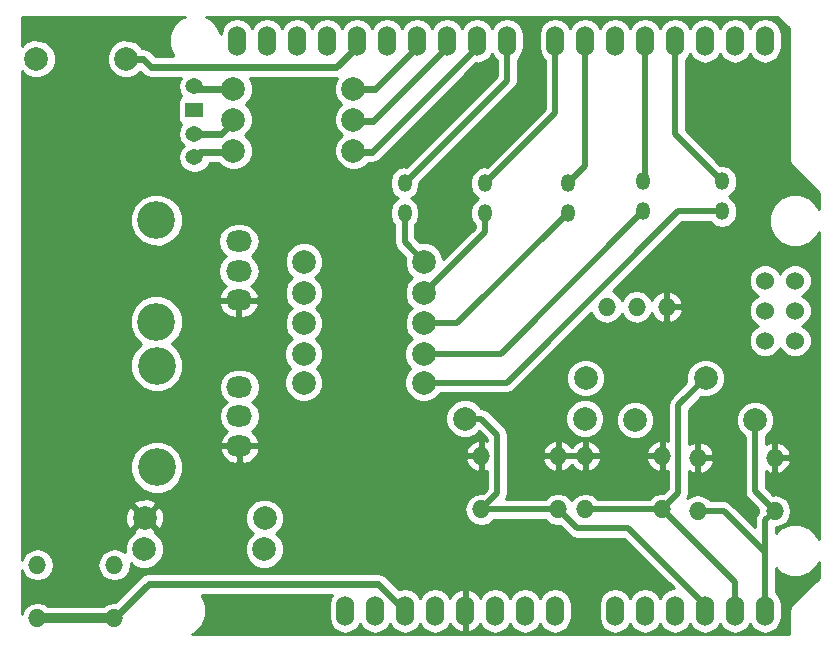
<source format=gtl>
G04 #@! TF.FileFunction,Copper,L1,Top,Signal*
%FSLAX46Y46*%
G04 Gerber Fmt 4.6, Leading zero omitted, Abs format (unit mm)*
G04 Created by KiCad (PCBNEW 4.0.5+dfsg1-4~bpo8+1) date Wed Sep 27 19:52:24 2017*
%MOMM*%
%LPD*%
G01*
G04 APERTURE LIST*
%ADD10C,0.100000*%
%ADD11O,1.524000X1.524000*%
%ADD12C,1.998980*%
%ADD13O,1.524000X2.540000*%
%ADD14C,1.524000*%
%ADD15C,2.000000*%
%ADD16C,3.200000*%
%ADD17O,2.200000X1.800000*%
%ADD18O,1.219200X1.519200*%
%ADD19O,1.500480X1.300480*%
%ADD20R,1.500480X1.300480*%
%ADD21C,0.508000*%
%ADD22C,0.609600*%
%ADD23C,0.812800*%
%ADD24C,0.304800*%
%ADD25C,0.254000*%
G04 APERTURE END LIST*
D10*
D11*
X184759600Y-122301000D03*
X191262000Y-122301000D03*
X184759600Y-126822200D03*
X191262000Y-126822200D03*
X166433500Y-122161300D03*
X172935900Y-122161300D03*
X166433500Y-126682500D03*
X172935900Y-126682500D03*
D12*
X189611000Y-119126000D03*
X179451000Y-119126000D03*
X161544000Y-113538000D03*
X151384000Y-113538000D03*
X161544000Y-115951000D03*
X151384000Y-115951000D03*
D11*
X175234600Y-122161300D03*
X181737000Y-122161300D03*
X175234600Y-126682500D03*
X181737000Y-126682500D03*
D13*
X190459360Y-135260080D03*
X187919360Y-135260080D03*
X185379360Y-135260080D03*
X177759360Y-135260080D03*
X180299360Y-135260080D03*
X182839360Y-135260080D03*
X172679360Y-135260080D03*
X170139360Y-135260080D03*
X167599360Y-135260080D03*
X162519360Y-135260080D03*
X159979360Y-135260080D03*
X190459360Y-87000080D03*
X187919360Y-87000080D03*
X185379360Y-87000080D03*
X182839360Y-87000080D03*
X180299360Y-87000080D03*
X177759360Y-87000080D03*
X175219360Y-87000080D03*
X172679360Y-87000080D03*
X168615360Y-87000080D03*
X166075360Y-87000080D03*
X163535360Y-87000080D03*
X160995360Y-87000080D03*
X158455360Y-87000080D03*
X155915360Y-87000080D03*
X153375360Y-87000080D03*
X150835360Y-87000080D03*
X165059360Y-135260080D03*
X148295360Y-87000080D03*
X145755360Y-87000080D03*
X157439360Y-135260080D03*
X154899360Y-135260080D03*
D14*
X190459360Y-107320080D03*
X192999360Y-107320080D03*
X190459360Y-109860080D03*
X192999360Y-109860080D03*
X190459360Y-112400080D03*
X192999360Y-112400080D03*
D11*
X182118000Y-109537500D03*
X179578000Y-109537500D03*
X177038000Y-109537500D03*
X128854200Y-131394200D03*
X135356600Y-131394200D03*
X128854200Y-135915400D03*
X135356600Y-135915400D03*
D15*
X128762760Y-88539320D03*
X136362440Y-88539320D03*
D12*
X137927080Y-127406400D03*
X148087080Y-127406400D03*
X148056600Y-130063240D03*
X137896600Y-130063240D03*
X161571940Y-105707180D03*
X151411940Y-105707180D03*
X161571940Y-108377355D03*
X151411940Y-108377355D03*
X161571940Y-110939580D03*
X151411940Y-110939580D03*
X145450560Y-91109800D03*
X155610560Y-91109800D03*
X145455640Y-93677740D03*
X155615640Y-93677740D03*
X145455640Y-96306640D03*
X155615640Y-96306640D03*
X185420000Y-115570000D03*
X175260000Y-115570000D03*
X165026340Y-118999000D03*
X175186340Y-118999000D03*
D16*
X138963400Y-123111040D03*
X138963400Y-114511040D03*
D17*
X145963400Y-118811040D03*
X145963400Y-121311040D03*
X145963400Y-116311040D03*
D16*
X138912600Y-110794800D03*
X138912600Y-102194800D03*
D17*
X145912600Y-106494800D03*
X145912600Y-108994800D03*
X145912600Y-103994800D03*
D18*
X159943800Y-99060000D03*
X159943800Y-101600000D03*
X166751000Y-99060000D03*
X166751000Y-101600000D03*
X173736000Y-99060000D03*
X173736000Y-101600000D03*
X180140493Y-98921321D03*
X180140493Y-101461321D03*
X186820493Y-98921321D03*
X186820493Y-101461321D03*
D19*
X142148414Y-96880774D03*
X142148414Y-90881294D03*
D20*
X142148414Y-92880274D03*
D19*
X142148414Y-94881794D03*
D21*
X159943800Y-101600000D02*
X159943800Y-104079040D01*
X159943800Y-104079040D02*
X161571940Y-105707180D01*
X166751000Y-101600000D02*
X166751000Y-103198295D01*
X166751000Y-103198295D02*
X161571940Y-108377355D01*
X173736000Y-101600000D02*
X164396420Y-110939580D01*
X164396420Y-110939580D02*
X161571940Y-110939580D01*
D22*
X145486120Y-96403160D02*
X142626028Y-96403160D01*
X142626028Y-96403160D02*
X142148414Y-96880774D01*
X145549620Y-91107260D02*
X142374380Y-91107260D01*
X142374380Y-91107260D02*
X142148414Y-90881294D01*
D21*
X175260000Y-118925340D02*
X175186340Y-118999000D01*
D22*
X145486120Y-93774260D02*
X144378586Y-94881794D01*
X144378586Y-94881794D02*
X142148414Y-94881794D01*
X159979360Y-135260080D02*
X159958951Y-135260080D01*
X138259821Y-133012179D02*
X135356600Y-135915400D01*
X159958951Y-135260080D02*
X157711050Y-133012179D01*
X157711050Y-133012179D02*
X138259821Y-133012179D01*
D23*
X128854200Y-135915400D02*
X135356600Y-135915400D01*
D22*
X160995360Y-87000080D02*
X160995360Y-87508080D01*
X160995360Y-87508080D02*
X157396180Y-91107260D01*
X157396180Y-91107260D02*
X155709620Y-91107260D01*
X163535360Y-87000080D02*
X163535360Y-87508080D01*
X163535360Y-87508080D02*
X157269180Y-93774260D01*
X157269180Y-93774260D02*
X155646120Y-93774260D01*
X155915360Y-87000080D02*
X155915360Y-87508080D01*
X155915360Y-87508080D02*
X154175459Y-89247981D01*
X154175459Y-89247981D02*
X138485314Y-89247981D01*
X138485314Y-89247981D02*
X137776653Y-88539320D01*
X137776653Y-88539320D02*
X136362440Y-88539320D01*
D21*
X168615360Y-87000080D02*
X168615360Y-90388440D01*
X168615360Y-90388440D02*
X159943800Y-99060000D01*
X172679360Y-87000080D02*
X172679360Y-93131640D01*
X172679360Y-93131640D02*
X166751000Y-99060000D01*
X175219360Y-87000080D02*
X175219360Y-97576640D01*
X175219360Y-97576640D02*
X173736000Y-99060000D01*
D22*
X166075360Y-87000080D02*
X166075360Y-87508080D01*
X166075360Y-87508080D02*
X157180280Y-96403160D01*
X157180280Y-96403160D02*
X155646120Y-96403160D01*
X177770600Y-86969600D02*
X177791009Y-86969600D01*
D21*
X182839360Y-87000080D02*
X182839360Y-94940188D01*
X182839360Y-94940188D02*
X186820493Y-98921321D01*
X180299360Y-87000080D02*
X180299360Y-98762454D01*
X180299360Y-98762454D02*
X180140493Y-98921321D01*
D22*
X148018500Y-130149600D02*
X148031200Y-130162300D01*
D24*
X148031200Y-127469900D02*
X148018500Y-127457200D01*
D21*
X180299360Y-135260080D02*
X180299360Y-134752080D01*
X182839360Y-134752080D02*
X182839360Y-135260080D01*
D22*
X182839360Y-135260080D02*
X182818951Y-135260080D01*
D21*
X180140493Y-101461321D02*
X168063814Y-113538000D01*
X168063814Y-113538000D02*
X161544000Y-113538000D01*
X161544000Y-115951000D02*
X168594530Y-115951000D01*
X168594530Y-115951000D02*
X183084209Y-101461321D01*
X183084209Y-101461321D02*
X185702893Y-101461321D01*
X185702893Y-101461321D02*
X186820493Y-101461321D01*
X175234600Y-126682500D02*
X181737000Y-126682500D01*
X185420000Y-115570000D02*
X183108601Y-117881399D01*
X183108601Y-117881399D02*
X183108601Y-125310899D01*
X183108601Y-125310899D02*
X182498999Y-125920501D01*
X182498999Y-125920501D02*
X181737000Y-126682500D01*
X187919360Y-135260080D02*
X187919360Y-132864860D01*
X187919360Y-132864860D02*
X181737000Y-126682500D01*
X187919360Y-135260080D02*
X187919360Y-134752080D01*
D22*
X187919360Y-135260080D02*
X187898951Y-135260080D01*
D21*
X185379360Y-135260080D02*
X185379360Y-134752080D01*
X174523400Y-128270000D02*
X173697899Y-127444499D01*
X185379360Y-134752080D02*
X178897280Y-128270000D01*
X178897280Y-128270000D02*
X174523400Y-128270000D01*
X173697899Y-127444499D02*
X172935900Y-126682500D01*
X166433500Y-126682500D02*
X167805101Y-125310899D01*
X167805101Y-125310899D02*
X167805101Y-120364269D01*
X167805101Y-120364269D02*
X166439832Y-118999000D01*
X166439832Y-118999000D02*
X165026340Y-118999000D01*
X172935900Y-126682500D02*
X166433500Y-126682500D01*
X189611000Y-119126000D02*
X189611000Y-125171200D01*
X189611000Y-125171200D02*
X191262000Y-126822200D01*
X190459360Y-135260080D02*
X190459360Y-130302000D01*
X190459360Y-130302000D02*
X190459360Y-127624840D01*
X184759600Y-126822200D02*
X186979560Y-126822200D01*
X186979560Y-126822200D02*
X190459360Y-130302000D01*
X190459360Y-127624840D02*
X191262000Y-126822200D01*
D25*
G36*
X140942060Y-85114838D02*
X140316315Y-85739491D01*
X139977247Y-86556058D01*
X139976475Y-87440223D01*
X140314118Y-88257380D01*
X140364830Y-88308181D01*
X138874592Y-88308181D01*
X138441192Y-87874781D01*
X138136299Y-87671058D01*
X137776653Y-87599520D01*
X137734503Y-87599520D01*
X137289803Y-87154042D01*
X136689088Y-86904604D01*
X136038645Y-86904036D01*
X135437497Y-87152426D01*
X134977162Y-87611957D01*
X134727724Y-88212672D01*
X134727156Y-88863115D01*
X134975546Y-89464263D01*
X135435077Y-89924598D01*
X136035792Y-90174036D01*
X136686235Y-90174604D01*
X137287383Y-89926214D01*
X137561165Y-89652910D01*
X137820775Y-89912520D01*
X138125668Y-90116243D01*
X138485314Y-90187781D01*
X140968623Y-90187781D01*
X140833869Y-90389454D01*
X140736036Y-90881294D01*
X140833869Y-91373134D01*
X141051353Y-91698623D01*
X140946733Y-91765944D01*
X140801743Y-91978144D01*
X140750734Y-92230034D01*
X140750734Y-93530514D01*
X140795012Y-93765831D01*
X140934084Y-93981955D01*
X141052447Y-94062829D01*
X140833869Y-94389954D01*
X140736036Y-94881794D01*
X140833869Y-95373634D01*
X141112474Y-95790596D01*
X141248198Y-95881284D01*
X141112474Y-95971972D01*
X140833869Y-96388934D01*
X140736036Y-96880774D01*
X140833869Y-97372614D01*
X141112474Y-97789576D01*
X141529436Y-98068181D01*
X142021276Y-98166014D01*
X142275552Y-98166014D01*
X142767392Y-98068181D01*
X143184354Y-97789576D01*
X143462959Y-97372614D01*
X143468858Y-97342960D01*
X144180648Y-97342960D01*
X144528567Y-97691486D01*
X145129093Y-97940846D01*
X145779334Y-97941414D01*
X146380295Y-97693102D01*
X146840486Y-97233713D01*
X147089846Y-96633187D01*
X147090414Y-95982946D01*
X146842102Y-95381985D01*
X146452710Y-94991913D01*
X146840486Y-94604813D01*
X147089846Y-94004287D01*
X147090414Y-93354046D01*
X146842102Y-92753085D01*
X146480654Y-92391006D01*
X146835406Y-92036873D01*
X147084766Y-91436347D01*
X147085334Y-90786106D01*
X146838111Y-90187781D01*
X154175459Y-90187781D01*
X154231897Y-90176555D01*
X154225714Y-90182727D01*
X153976354Y-90783253D01*
X153975786Y-91433494D01*
X154224098Y-92034455D01*
X154585546Y-92396534D01*
X154230794Y-92750667D01*
X153981434Y-93351193D01*
X153980866Y-94001434D01*
X154229178Y-94602395D01*
X154618570Y-94992467D01*
X154230794Y-95379567D01*
X153981434Y-95980093D01*
X153980866Y-96630334D01*
X154229178Y-97231295D01*
X154688567Y-97691486D01*
X155289093Y-97940846D01*
X155939334Y-97941414D01*
X156540295Y-97693102D01*
X156891048Y-97342960D01*
X157180280Y-97342960D01*
X157539926Y-97271422D01*
X157844819Y-97067699D01*
X165987578Y-88924940D01*
X166075360Y-88942401D01*
X166609969Y-88836061D01*
X167063188Y-88533229D01*
X167345360Y-88110930D01*
X167627532Y-88533229D01*
X167726360Y-88599264D01*
X167726360Y-90020204D01*
X160081163Y-97665401D01*
X159943800Y-97638078D01*
X159467512Y-97732818D01*
X159063735Y-98002613D01*
X158793940Y-98406390D01*
X158699200Y-98882678D01*
X158699200Y-99237322D01*
X158793940Y-99713610D01*
X159063735Y-100117387D01*
X159381933Y-100330000D01*
X159063735Y-100542613D01*
X158793940Y-100946390D01*
X158699200Y-101422678D01*
X158699200Y-101777322D01*
X158793940Y-102253610D01*
X159054800Y-102644015D01*
X159054800Y-104079040D01*
X159122471Y-104419246D01*
X159315182Y-104707658D01*
X159952528Y-105345004D01*
X159937734Y-105380633D01*
X159937166Y-106030874D01*
X160185478Y-106631835D01*
X160595507Y-107042580D01*
X160187094Y-107450282D01*
X159937734Y-108050808D01*
X159937166Y-108701049D01*
X160185478Y-109302010D01*
X160541533Y-109658686D01*
X160187094Y-110012507D01*
X159937734Y-110613033D01*
X159937166Y-111263274D01*
X160185478Y-111864235D01*
X160545684Y-112225070D01*
X160159154Y-112610927D01*
X159909794Y-113211453D01*
X159909226Y-113861694D01*
X160157538Y-114462655D01*
X160438980Y-114744589D01*
X160159154Y-115023927D01*
X159909794Y-115624453D01*
X159909226Y-116274694D01*
X160157538Y-116875655D01*
X160616927Y-117335846D01*
X161217453Y-117585206D01*
X161867694Y-117585774D01*
X162468655Y-117337462D01*
X162928846Y-116878073D01*
X162944655Y-116840000D01*
X168594530Y-116840000D01*
X168934736Y-116772329D01*
X169223148Y-116579618D01*
X169909072Y-115893694D01*
X173625226Y-115893694D01*
X173873538Y-116494655D01*
X174332927Y-116954846D01*
X174933453Y-117204206D01*
X175583694Y-117204774D01*
X176184655Y-116956462D01*
X176644846Y-116497073D01*
X176894206Y-115896547D01*
X176894774Y-115246306D01*
X176646462Y-114645345D01*
X176187073Y-114185154D01*
X175586547Y-113935794D01*
X174936306Y-113935226D01*
X174335345Y-114183538D01*
X173875154Y-114642927D01*
X173625794Y-115243453D01*
X173625226Y-115893694D01*
X169909072Y-115893694D01*
X175740031Y-110062735D01*
X175747340Y-110099478D01*
X176050172Y-110552697D01*
X176503391Y-110855529D01*
X177038000Y-110961869D01*
X177572609Y-110855529D01*
X178025828Y-110552697D01*
X178308000Y-110130398D01*
X178590172Y-110552697D01*
X179043391Y-110855529D01*
X179578000Y-110961869D01*
X180112609Y-110855529D01*
X180565828Y-110552697D01*
X180868287Y-110100036D01*
X180998142Y-110372699D01*
X181403003Y-110737674D01*
X181774930Y-110891720D01*
X181991000Y-110769220D01*
X181991000Y-109664500D01*
X182245000Y-109664500D01*
X182245000Y-110769220D01*
X182461070Y-110891720D01*
X182832997Y-110737674D01*
X183237858Y-110372699D01*
X183472231Y-109880572D01*
X183350476Y-109664500D01*
X182245000Y-109664500D01*
X181991000Y-109664500D01*
X181971000Y-109664500D01*
X181971000Y-109410500D01*
X181991000Y-109410500D01*
X181991000Y-108305780D01*
X182245000Y-108305780D01*
X182245000Y-109410500D01*
X183350476Y-109410500D01*
X183472231Y-109194428D01*
X183237858Y-108702301D01*
X182832997Y-108337326D01*
X182461070Y-108183280D01*
X182245000Y-108305780D01*
X181991000Y-108305780D01*
X181774930Y-108183280D01*
X181403003Y-108337326D01*
X180998142Y-108702301D01*
X180868287Y-108974964D01*
X180565828Y-108522303D01*
X180112609Y-108219471D01*
X179578000Y-108113131D01*
X179043391Y-108219471D01*
X178590172Y-108522303D01*
X178308000Y-108944602D01*
X178025828Y-108522303D01*
X177579015Y-108223751D01*
X178206025Y-107596741D01*
X189062118Y-107596741D01*
X189274350Y-108110383D01*
X189666990Y-108503709D01*
X189874872Y-108590029D01*
X189669057Y-108675070D01*
X189275731Y-109067710D01*
X189062603Y-109580980D01*
X189062118Y-110136741D01*
X189274350Y-110650383D01*
X189666990Y-111043709D01*
X189874872Y-111130029D01*
X189669057Y-111215070D01*
X189275731Y-111607710D01*
X189062603Y-112120980D01*
X189062118Y-112676741D01*
X189274350Y-113190383D01*
X189666990Y-113583709D01*
X190180260Y-113796837D01*
X190736021Y-113797322D01*
X191249663Y-113585090D01*
X191642989Y-113192450D01*
X191729309Y-112984568D01*
X191814350Y-113190383D01*
X192206990Y-113583709D01*
X192720260Y-113796837D01*
X193276021Y-113797322D01*
X193789663Y-113585090D01*
X194182989Y-113192450D01*
X194396117Y-112679180D01*
X194396602Y-112123419D01*
X194184370Y-111609777D01*
X193791730Y-111216451D01*
X193583848Y-111130131D01*
X193789663Y-111045090D01*
X194182989Y-110652450D01*
X194396117Y-110139180D01*
X194396602Y-109583419D01*
X194184370Y-109069777D01*
X193791730Y-108676451D01*
X193583848Y-108590131D01*
X193789663Y-108505090D01*
X194182989Y-108112450D01*
X194396117Y-107599180D01*
X194396602Y-107043419D01*
X194184370Y-106529777D01*
X193791730Y-106136451D01*
X193278460Y-105923323D01*
X192722699Y-105922838D01*
X192209057Y-106135070D01*
X191815731Y-106527710D01*
X191729411Y-106735592D01*
X191644370Y-106529777D01*
X191251730Y-106136451D01*
X190738460Y-105923323D01*
X190182699Y-105922838D01*
X189669057Y-106135070D01*
X189275731Y-106527710D01*
X189062603Y-107040980D01*
X189062118Y-107596741D01*
X178206025Y-107596741D01*
X183452445Y-102350321D01*
X185827915Y-102350321D01*
X185940428Y-102518708D01*
X186344205Y-102788503D01*
X186820493Y-102883243D01*
X187296781Y-102788503D01*
X187700558Y-102518708D01*
X187970353Y-102114931D01*
X188065093Y-101638643D01*
X188065093Y-101283999D01*
X187970353Y-100807711D01*
X187700558Y-100403934D01*
X187382360Y-100191321D01*
X187700558Y-99978708D01*
X187970353Y-99574931D01*
X188065093Y-99098643D01*
X188065093Y-98743999D01*
X187970353Y-98267711D01*
X187700558Y-97863934D01*
X187296781Y-97594139D01*
X186820493Y-97499399D01*
X186683130Y-97526722D01*
X183728360Y-94571952D01*
X183728360Y-88599264D01*
X183827188Y-88533229D01*
X184109360Y-88110930D01*
X184391532Y-88533229D01*
X184844751Y-88836061D01*
X185379360Y-88942401D01*
X185913969Y-88836061D01*
X186367188Y-88533229D01*
X186649360Y-88110930D01*
X186931532Y-88533229D01*
X187384751Y-88836061D01*
X187919360Y-88942401D01*
X188453969Y-88836061D01*
X188907188Y-88533229D01*
X189189360Y-88110930D01*
X189471532Y-88533229D01*
X189924751Y-88836061D01*
X190459360Y-88942401D01*
X190993969Y-88836061D01*
X191447188Y-88533229D01*
X191750020Y-88080010D01*
X191856360Y-87545401D01*
X191856360Y-86454759D01*
X191750020Y-85920150D01*
X191447188Y-85466931D01*
X190993969Y-85164099D01*
X190459360Y-85057759D01*
X189924751Y-85164099D01*
X189471532Y-85466931D01*
X189189360Y-85889230D01*
X188907188Y-85466931D01*
X188453969Y-85164099D01*
X187919360Y-85057759D01*
X187384751Y-85164099D01*
X186931532Y-85466931D01*
X186649360Y-85889230D01*
X186367188Y-85466931D01*
X185913969Y-85164099D01*
X185379360Y-85057759D01*
X184844751Y-85164099D01*
X184391532Y-85466931D01*
X184109360Y-85889230D01*
X183827188Y-85466931D01*
X183373969Y-85164099D01*
X182839360Y-85057759D01*
X182304751Y-85164099D01*
X181851532Y-85466931D01*
X181569360Y-85889230D01*
X181287188Y-85466931D01*
X180833969Y-85164099D01*
X180299360Y-85057759D01*
X179764751Y-85164099D01*
X179311532Y-85466931D01*
X179029360Y-85889230D01*
X178747188Y-85466931D01*
X178293969Y-85164099D01*
X177759360Y-85057759D01*
X177224751Y-85164099D01*
X176771532Y-85466931D01*
X176489360Y-85889230D01*
X176207188Y-85466931D01*
X175753969Y-85164099D01*
X175219360Y-85057759D01*
X174684751Y-85164099D01*
X174231532Y-85466931D01*
X173949360Y-85889230D01*
X173667188Y-85466931D01*
X173213969Y-85164099D01*
X172679360Y-85057759D01*
X172144751Y-85164099D01*
X171691532Y-85466931D01*
X171388700Y-85920150D01*
X171282360Y-86454759D01*
X171282360Y-87545401D01*
X171388700Y-88080010D01*
X171691532Y-88533229D01*
X171790360Y-88599264D01*
X171790360Y-92763404D01*
X166888363Y-97665401D01*
X166751000Y-97638078D01*
X166274712Y-97732818D01*
X165870935Y-98002613D01*
X165601140Y-98406390D01*
X165506400Y-98882678D01*
X165506400Y-99237322D01*
X165601140Y-99713610D01*
X165870935Y-100117387D01*
X166189133Y-100330000D01*
X165870935Y-100542613D01*
X165601140Y-100946390D01*
X165506400Y-101422678D01*
X165506400Y-101777322D01*
X165601140Y-102253610D01*
X165862000Y-102644015D01*
X165862000Y-102830059D01*
X163206625Y-105485434D01*
X163206714Y-105383486D01*
X162958402Y-104782525D01*
X162499013Y-104322334D01*
X161898487Y-104072974D01*
X161248246Y-104072406D01*
X161210145Y-104088149D01*
X160832800Y-103710804D01*
X160832800Y-102644015D01*
X161093660Y-102253610D01*
X161188400Y-101777322D01*
X161188400Y-101422678D01*
X161093660Y-100946390D01*
X160823865Y-100542613D01*
X160505667Y-100330000D01*
X160823865Y-100117387D01*
X161093660Y-99713610D01*
X161188400Y-99237322D01*
X161188400Y-99072636D01*
X169243978Y-91017058D01*
X169436689Y-90728646D01*
X169504360Y-90388440D01*
X169504360Y-88599264D01*
X169603188Y-88533229D01*
X169906020Y-88080010D01*
X170012360Y-87545401D01*
X170012360Y-86454759D01*
X169906020Y-85920150D01*
X169603188Y-85466931D01*
X169149969Y-85164099D01*
X168615360Y-85057759D01*
X168080751Y-85164099D01*
X167627532Y-85466931D01*
X167345360Y-85889230D01*
X167063188Y-85466931D01*
X166609969Y-85164099D01*
X166075360Y-85057759D01*
X165540751Y-85164099D01*
X165087532Y-85466931D01*
X164805360Y-85889230D01*
X164523188Y-85466931D01*
X164069969Y-85164099D01*
X163535360Y-85057759D01*
X163000751Y-85164099D01*
X162547532Y-85466931D01*
X162265360Y-85889230D01*
X161983188Y-85466931D01*
X161529969Y-85164099D01*
X160995360Y-85057759D01*
X160460751Y-85164099D01*
X160007532Y-85466931D01*
X159725360Y-85889230D01*
X159443188Y-85466931D01*
X158989969Y-85164099D01*
X158455360Y-85057759D01*
X157920751Y-85164099D01*
X157467532Y-85466931D01*
X157185360Y-85889230D01*
X156903188Y-85466931D01*
X156449969Y-85164099D01*
X155915360Y-85057759D01*
X155380751Y-85164099D01*
X154927532Y-85466931D01*
X154645360Y-85889230D01*
X154363188Y-85466931D01*
X153909969Y-85164099D01*
X153375360Y-85057759D01*
X152840751Y-85164099D01*
X152387532Y-85466931D01*
X152105360Y-85889230D01*
X151823188Y-85466931D01*
X151369969Y-85164099D01*
X150835360Y-85057759D01*
X150300751Y-85164099D01*
X149847532Y-85466931D01*
X149565360Y-85889230D01*
X149283188Y-85466931D01*
X148829969Y-85164099D01*
X148295360Y-85057759D01*
X147760751Y-85164099D01*
X147307532Y-85466931D01*
X147025360Y-85889230D01*
X146743188Y-85466931D01*
X146289969Y-85164099D01*
X145755360Y-85057759D01*
X145220751Y-85164099D01*
X144767532Y-85466931D01*
X144464700Y-85920150D01*
X144364998Y-86421388D01*
X144084602Y-85742780D01*
X143459949Y-85117035D01*
X143087065Y-84962200D01*
X191511664Y-84962200D01*
X192482000Y-85932536D01*
X192482000Y-97078800D01*
X192534143Y-97340938D01*
X192682632Y-97563168D01*
X194996600Y-99877136D01*
X194996600Y-101253835D01*
X194884602Y-100982780D01*
X194259949Y-100357035D01*
X193443382Y-100017967D01*
X192559217Y-100017195D01*
X191742060Y-100354838D01*
X191116315Y-100979491D01*
X190777247Y-101796058D01*
X190776475Y-102680223D01*
X191114118Y-103497380D01*
X191738771Y-104123125D01*
X192555338Y-104462193D01*
X193439503Y-104462965D01*
X194256660Y-104125322D01*
X194882405Y-103500669D01*
X194996600Y-103225657D01*
X194996600Y-129193835D01*
X194884602Y-128922780D01*
X194259949Y-128297035D01*
X193443382Y-127957967D01*
X192559217Y-127957195D01*
X191742060Y-128294838D01*
X191348360Y-128687851D01*
X191348360Y-128207466D01*
X191823978Y-128112860D01*
X192277197Y-127810028D01*
X192580029Y-127356809D01*
X192686369Y-126822200D01*
X192580029Y-126287591D01*
X192277197Y-125834372D01*
X191823978Y-125531540D01*
X191289369Y-125425200D01*
X191234631Y-125425200D01*
X191140883Y-125443847D01*
X190500000Y-124802964D01*
X190500000Y-123455719D01*
X190918928Y-123655231D01*
X191135000Y-123533476D01*
X191135000Y-122428000D01*
X191389000Y-122428000D01*
X191389000Y-123533476D01*
X191605072Y-123655231D01*
X192097199Y-123420858D01*
X192462174Y-123015997D01*
X192616220Y-122644070D01*
X192493720Y-122428000D01*
X191389000Y-122428000D01*
X191135000Y-122428000D01*
X191115000Y-122428000D01*
X191115000Y-122174000D01*
X191135000Y-122174000D01*
X191135000Y-121068524D01*
X191389000Y-121068524D01*
X191389000Y-122174000D01*
X192493720Y-122174000D01*
X192616220Y-121957930D01*
X192462174Y-121586003D01*
X192097199Y-121181142D01*
X191605072Y-120946769D01*
X191389000Y-121068524D01*
X191135000Y-121068524D01*
X190918928Y-120946769D01*
X190500000Y-121146281D01*
X190500000Y-120527194D01*
X190535655Y-120512462D01*
X190995846Y-120053073D01*
X191245206Y-119452547D01*
X191245774Y-118802306D01*
X190997462Y-118201345D01*
X190538073Y-117741154D01*
X189937547Y-117491794D01*
X189287306Y-117491226D01*
X188686345Y-117739538D01*
X188226154Y-118198927D01*
X187976794Y-118799453D01*
X187976226Y-119449694D01*
X188224538Y-120050655D01*
X188683927Y-120510846D01*
X188722000Y-120526655D01*
X188722000Y-125171200D01*
X188789671Y-125511406D01*
X188883015Y-125651105D01*
X188982382Y-125799818D01*
X189865360Y-126682796D01*
X189837631Y-126822200D01*
X189865360Y-126961604D01*
X189830742Y-126996222D01*
X189638031Y-127284634D01*
X189570360Y-127624840D01*
X189570360Y-128155764D01*
X187608178Y-126193582D01*
X187319766Y-126000871D01*
X186979560Y-125933200D01*
X185840832Y-125933200D01*
X185774797Y-125834372D01*
X185321578Y-125531540D01*
X184786969Y-125425200D01*
X184732231Y-125425200D01*
X184197622Y-125531540D01*
X183858346Y-125758237D01*
X183929930Y-125651105D01*
X183997601Y-125310899D01*
X183997601Y-123455719D01*
X184416528Y-123655231D01*
X184632600Y-123533476D01*
X184632600Y-122428000D01*
X184886600Y-122428000D01*
X184886600Y-123533476D01*
X185102672Y-123655231D01*
X185594799Y-123420858D01*
X185959774Y-123015997D01*
X186113820Y-122644070D01*
X185991320Y-122428000D01*
X184886600Y-122428000D01*
X184632600Y-122428000D01*
X184612600Y-122428000D01*
X184612600Y-122174000D01*
X184632600Y-122174000D01*
X184632600Y-121068524D01*
X184886600Y-121068524D01*
X184886600Y-122174000D01*
X185991320Y-122174000D01*
X186113820Y-121957930D01*
X185959774Y-121586003D01*
X185594799Y-121181142D01*
X185102672Y-120946769D01*
X184886600Y-121068524D01*
X184632600Y-121068524D01*
X184416528Y-120946769D01*
X183997601Y-121146281D01*
X183997601Y-118249635D01*
X185057824Y-117189412D01*
X185093453Y-117204206D01*
X185743694Y-117204774D01*
X186344655Y-116956462D01*
X186804846Y-116497073D01*
X187054206Y-115896547D01*
X187054774Y-115246306D01*
X186806462Y-114645345D01*
X186347073Y-114185154D01*
X185746547Y-113935794D01*
X185096306Y-113935226D01*
X184495345Y-114183538D01*
X184035154Y-114642927D01*
X183785794Y-115243453D01*
X183785226Y-115893694D01*
X183800969Y-115931795D01*
X182479983Y-117252781D01*
X182287272Y-117541193D01*
X182219601Y-117881399D01*
X182219601Y-120873519D01*
X182080072Y-120807069D01*
X181864000Y-120928824D01*
X181864000Y-122034300D01*
X181884000Y-122034300D01*
X181884000Y-122288300D01*
X181864000Y-122288300D01*
X181864000Y-123393776D01*
X182080072Y-123515531D01*
X182219601Y-123449081D01*
X182219601Y-124942663D01*
X181858117Y-125304147D01*
X181764369Y-125285500D01*
X181709631Y-125285500D01*
X181175022Y-125391840D01*
X180721803Y-125694672D01*
X180655768Y-125793500D01*
X176315832Y-125793500D01*
X176249797Y-125694672D01*
X175796578Y-125391840D01*
X175261969Y-125285500D01*
X175207231Y-125285500D01*
X174672622Y-125391840D01*
X174219403Y-125694672D01*
X174085250Y-125895446D01*
X173951097Y-125694672D01*
X173497878Y-125391840D01*
X172963269Y-125285500D01*
X172908531Y-125285500D01*
X172373922Y-125391840D01*
X171920703Y-125694672D01*
X171854668Y-125793500D01*
X168531285Y-125793500D01*
X168626430Y-125651105D01*
X168694101Y-125310899D01*
X168694101Y-122504370D01*
X171581680Y-122504370D01*
X171735726Y-122876297D01*
X172100701Y-123281158D01*
X172592828Y-123515531D01*
X172808900Y-123393776D01*
X172808900Y-122288300D01*
X173062900Y-122288300D01*
X173062900Y-123393776D01*
X173278972Y-123515531D01*
X173771099Y-123281158D01*
X174085250Y-122932675D01*
X174399401Y-123281158D01*
X174891528Y-123515531D01*
X175107600Y-123393776D01*
X175107600Y-122288300D01*
X175361600Y-122288300D01*
X175361600Y-123393776D01*
X175577672Y-123515531D01*
X176069799Y-123281158D01*
X176434774Y-122876297D01*
X176588820Y-122504370D01*
X180382780Y-122504370D01*
X180536826Y-122876297D01*
X180901801Y-123281158D01*
X181393928Y-123515531D01*
X181610000Y-123393776D01*
X181610000Y-122288300D01*
X180505280Y-122288300D01*
X180382780Y-122504370D01*
X176588820Y-122504370D01*
X176466320Y-122288300D01*
X175361600Y-122288300D01*
X175107600Y-122288300D01*
X173062900Y-122288300D01*
X172808900Y-122288300D01*
X171704180Y-122288300D01*
X171581680Y-122504370D01*
X168694101Y-122504370D01*
X168694101Y-121818230D01*
X171581680Y-121818230D01*
X171704180Y-122034300D01*
X172808900Y-122034300D01*
X172808900Y-120928824D01*
X173062900Y-120928824D01*
X173062900Y-122034300D01*
X175107600Y-122034300D01*
X175107600Y-120928824D01*
X175361600Y-120928824D01*
X175361600Y-122034300D01*
X176466320Y-122034300D01*
X176588820Y-121818230D01*
X180382780Y-121818230D01*
X180505280Y-122034300D01*
X181610000Y-122034300D01*
X181610000Y-120928824D01*
X181393928Y-120807069D01*
X180901801Y-121041442D01*
X180536826Y-121446303D01*
X180382780Y-121818230D01*
X176588820Y-121818230D01*
X176434774Y-121446303D01*
X176069799Y-121041442D01*
X175577672Y-120807069D01*
X175361600Y-120928824D01*
X175107600Y-120928824D01*
X174891528Y-120807069D01*
X174399401Y-121041442D01*
X174085250Y-121389925D01*
X173771099Y-121041442D01*
X173278972Y-120807069D01*
X173062900Y-120928824D01*
X172808900Y-120928824D01*
X172592828Y-120807069D01*
X172100701Y-121041442D01*
X171735726Y-121446303D01*
X171581680Y-121818230D01*
X168694101Y-121818230D01*
X168694101Y-120364269D01*
X168626430Y-120024063D01*
X168433719Y-119735651D01*
X168020762Y-119322694D01*
X173551566Y-119322694D01*
X173799878Y-119923655D01*
X174259267Y-120383846D01*
X174859793Y-120633206D01*
X175510034Y-120633774D01*
X176110995Y-120385462D01*
X176571186Y-119926073D01*
X176768995Y-119449694D01*
X177816226Y-119449694D01*
X178064538Y-120050655D01*
X178523927Y-120510846D01*
X179124453Y-120760206D01*
X179774694Y-120760774D01*
X180375655Y-120512462D01*
X180835846Y-120053073D01*
X181085206Y-119452547D01*
X181085774Y-118802306D01*
X180837462Y-118201345D01*
X180378073Y-117741154D01*
X179777547Y-117491794D01*
X179127306Y-117491226D01*
X178526345Y-117739538D01*
X178066154Y-118198927D01*
X177816794Y-118799453D01*
X177816226Y-119449694D01*
X176768995Y-119449694D01*
X176820546Y-119325547D01*
X176821114Y-118675306D01*
X176572802Y-118074345D01*
X176113413Y-117614154D01*
X175512887Y-117364794D01*
X174862646Y-117364226D01*
X174261685Y-117612538D01*
X173801494Y-118071927D01*
X173552134Y-118672453D01*
X173551566Y-119322694D01*
X168020762Y-119322694D01*
X167068450Y-118370382D01*
X166780038Y-118177671D01*
X166439832Y-118110000D01*
X166427534Y-118110000D01*
X166412802Y-118074345D01*
X165953413Y-117614154D01*
X165352887Y-117364794D01*
X164702646Y-117364226D01*
X164101685Y-117612538D01*
X163641494Y-118071927D01*
X163392134Y-118672453D01*
X163391566Y-119322694D01*
X163639878Y-119923655D01*
X164099267Y-120383846D01*
X164699793Y-120633206D01*
X165350034Y-120633774D01*
X165950995Y-120385462D01*
X166260296Y-120076700D01*
X166916101Y-120732505D01*
X166916101Y-120873519D01*
X166776572Y-120807069D01*
X166560500Y-120928824D01*
X166560500Y-122034300D01*
X166580500Y-122034300D01*
X166580500Y-122288300D01*
X166560500Y-122288300D01*
X166560500Y-123393776D01*
X166776572Y-123515531D01*
X166916101Y-123449081D01*
X166916101Y-124942663D01*
X166554617Y-125304147D01*
X166460869Y-125285500D01*
X166406131Y-125285500D01*
X165871522Y-125391840D01*
X165418303Y-125694672D01*
X165115471Y-126147891D01*
X165009131Y-126682500D01*
X165115471Y-127217109D01*
X165418303Y-127670328D01*
X165871522Y-127973160D01*
X166406131Y-128079500D01*
X166460869Y-128079500D01*
X166995478Y-127973160D01*
X167448697Y-127670328D01*
X167514732Y-127571500D01*
X171854668Y-127571500D01*
X171920703Y-127670328D01*
X172373922Y-127973160D01*
X172908531Y-128079500D01*
X172963269Y-128079500D01*
X173057017Y-128060853D01*
X173894782Y-128898618D01*
X174183194Y-129091329D01*
X174523400Y-129159000D01*
X178529044Y-129159000D01*
X182712948Y-133342904D01*
X182304751Y-133424099D01*
X181851532Y-133726931D01*
X181569360Y-134149230D01*
X181287188Y-133726931D01*
X180833969Y-133424099D01*
X180299360Y-133317759D01*
X179764751Y-133424099D01*
X179311532Y-133726931D01*
X179029360Y-134149230D01*
X178747188Y-133726931D01*
X178293969Y-133424099D01*
X177759360Y-133317759D01*
X177224751Y-133424099D01*
X176771532Y-133726931D01*
X176468700Y-134180150D01*
X176362360Y-134714759D01*
X176362360Y-135805401D01*
X176468700Y-136340010D01*
X176771532Y-136793229D01*
X177224751Y-137096061D01*
X177759360Y-137202401D01*
X178293969Y-137096061D01*
X178747188Y-136793229D01*
X179029360Y-136370930D01*
X179311532Y-136793229D01*
X179764751Y-137096061D01*
X180299360Y-137202401D01*
X180833969Y-137096061D01*
X181287188Y-136793229D01*
X181569360Y-136370930D01*
X181851532Y-136793229D01*
X182304751Y-137096061D01*
X182839360Y-137202401D01*
X183373969Y-137096061D01*
X183827188Y-136793229D01*
X184109360Y-136370930D01*
X184391532Y-136793229D01*
X184844751Y-137096061D01*
X185379360Y-137202401D01*
X185913969Y-137096061D01*
X186367188Y-136793229D01*
X186649360Y-136370930D01*
X186931532Y-136793229D01*
X187384751Y-137096061D01*
X187919360Y-137202401D01*
X188453969Y-137096061D01*
X188907188Y-136793229D01*
X189189360Y-136370930D01*
X189471532Y-136793229D01*
X189924751Y-137096061D01*
X190459360Y-137202401D01*
X190993969Y-137096061D01*
X191447188Y-136793229D01*
X191750020Y-136340010D01*
X191856360Y-135805401D01*
X191856360Y-134714759D01*
X191750020Y-134180150D01*
X191447188Y-133726931D01*
X191348360Y-133660896D01*
X191348360Y-131672031D01*
X191738771Y-132063125D01*
X192555338Y-132402193D01*
X193439503Y-132402965D01*
X194256660Y-132065322D01*
X194882405Y-131440669D01*
X194996600Y-131165657D01*
X194996600Y-132482064D01*
X192682632Y-134796032D01*
X192534143Y-135018262D01*
X192482000Y-135280400D01*
X192482000Y-137237000D01*
X141964783Y-137237000D01*
X142186660Y-137145322D01*
X142812405Y-136520669D01*
X143151473Y-135704102D01*
X143152245Y-134819937D01*
X142814602Y-134002780D01*
X142763890Y-133951979D01*
X153761159Y-133951979D01*
X153608700Y-134180150D01*
X153502360Y-134714759D01*
X153502360Y-135805401D01*
X153608700Y-136340010D01*
X153911532Y-136793229D01*
X154364751Y-137096061D01*
X154899360Y-137202401D01*
X155433969Y-137096061D01*
X155887188Y-136793229D01*
X156169360Y-136370930D01*
X156451532Y-136793229D01*
X156904751Y-137096061D01*
X157439360Y-137202401D01*
X157973969Y-137096061D01*
X158427188Y-136793229D01*
X158709360Y-136370930D01*
X158991532Y-136793229D01*
X159444751Y-137096061D01*
X159979360Y-137202401D01*
X160513969Y-137096061D01*
X160967188Y-136793229D01*
X161249360Y-136370930D01*
X161531532Y-136793229D01*
X161984751Y-137096061D01*
X162519360Y-137202401D01*
X163053969Y-137096061D01*
X163507188Y-136793229D01*
X163798690Y-136356967D01*
X163817301Y-136420021D01*
X164161334Y-136845710D01*
X164642083Y-137107340D01*
X164716290Y-137122300D01*
X164932360Y-136999800D01*
X164932360Y-135387080D01*
X164912360Y-135387080D01*
X164912360Y-135133080D01*
X164932360Y-135133080D01*
X164932360Y-133520360D01*
X165186360Y-133520360D01*
X165186360Y-135133080D01*
X165206360Y-135133080D01*
X165206360Y-135387080D01*
X165186360Y-135387080D01*
X165186360Y-136999800D01*
X165402430Y-137122300D01*
X165476637Y-137107340D01*
X165957386Y-136845710D01*
X166301419Y-136420021D01*
X166320030Y-136356967D01*
X166611532Y-136793229D01*
X167064751Y-137096061D01*
X167599360Y-137202401D01*
X168133969Y-137096061D01*
X168587188Y-136793229D01*
X168869360Y-136370930D01*
X169151532Y-136793229D01*
X169604751Y-137096061D01*
X170139360Y-137202401D01*
X170673969Y-137096061D01*
X171127188Y-136793229D01*
X171409360Y-136370930D01*
X171691532Y-136793229D01*
X172144751Y-137096061D01*
X172679360Y-137202401D01*
X173213969Y-137096061D01*
X173667188Y-136793229D01*
X173970020Y-136340010D01*
X174076360Y-135805401D01*
X174076360Y-134714759D01*
X173970020Y-134180150D01*
X173667188Y-133726931D01*
X173213969Y-133424099D01*
X172679360Y-133317759D01*
X172144751Y-133424099D01*
X171691532Y-133726931D01*
X171409360Y-134149230D01*
X171127188Y-133726931D01*
X170673969Y-133424099D01*
X170139360Y-133317759D01*
X169604751Y-133424099D01*
X169151532Y-133726931D01*
X168869360Y-134149230D01*
X168587188Y-133726931D01*
X168133969Y-133424099D01*
X167599360Y-133317759D01*
X167064751Y-133424099D01*
X166611532Y-133726931D01*
X166320030Y-134163193D01*
X166301419Y-134100139D01*
X165957386Y-133674450D01*
X165476637Y-133412820D01*
X165402430Y-133397860D01*
X165186360Y-133520360D01*
X164932360Y-133520360D01*
X164716290Y-133397860D01*
X164642083Y-133412820D01*
X164161334Y-133674450D01*
X163817301Y-134100139D01*
X163798690Y-134163193D01*
X163507188Y-133726931D01*
X163053969Y-133424099D01*
X162519360Y-133317759D01*
X161984751Y-133424099D01*
X161531532Y-133726931D01*
X161249360Y-134149230D01*
X160967188Y-133726931D01*
X160513969Y-133424099D01*
X159979360Y-133317759D01*
X159450837Y-133422888D01*
X158375589Y-132347640D01*
X158070696Y-132143917D01*
X157711050Y-132072379D01*
X138259821Y-132072379D01*
X137900175Y-132143917D01*
X137595282Y-132347640D01*
X135417794Y-134525128D01*
X135383969Y-134518400D01*
X135329231Y-134518400D01*
X134794622Y-134624740D01*
X134421579Y-134874000D01*
X129789221Y-134874000D01*
X129416178Y-134624740D01*
X128881569Y-134518400D01*
X128826831Y-134518400D01*
X128292222Y-134624740D01*
X127839003Y-134927572D01*
X127536171Y-135380791D01*
X127507200Y-135526439D01*
X127507200Y-131783161D01*
X127536171Y-131928809D01*
X127839003Y-132382028D01*
X128292222Y-132684860D01*
X128826831Y-132791200D01*
X128881569Y-132791200D01*
X129416178Y-132684860D01*
X129869397Y-132382028D01*
X130172229Y-131928809D01*
X130278569Y-131394200D01*
X133932231Y-131394200D01*
X134038571Y-131928809D01*
X134341403Y-132382028D01*
X134794622Y-132684860D01*
X135329231Y-132791200D01*
X135383969Y-132791200D01*
X135918578Y-132684860D01*
X136371797Y-132382028D01*
X136674629Y-131928809D01*
X136780969Y-131394200D01*
X136747433Y-131225605D01*
X136969527Y-131448086D01*
X137570053Y-131697446D01*
X138220294Y-131698014D01*
X138821255Y-131449702D01*
X139281446Y-130990313D01*
X139530806Y-130389787D01*
X139530808Y-130386934D01*
X146421826Y-130386934D01*
X146670138Y-130987895D01*
X147129527Y-131448086D01*
X147730053Y-131697446D01*
X148380294Y-131698014D01*
X148981255Y-131449702D01*
X149441446Y-130990313D01*
X149690806Y-130389787D01*
X149691374Y-129739546D01*
X149443062Y-129138585D01*
X149054913Y-128749759D01*
X149471926Y-128333473D01*
X149721286Y-127732947D01*
X149721854Y-127082706D01*
X149473542Y-126481745D01*
X149014153Y-126021554D01*
X148413627Y-125772194D01*
X147763386Y-125771626D01*
X147162425Y-126019938D01*
X146702234Y-126479327D01*
X146452874Y-127079853D01*
X146452306Y-127730094D01*
X146700618Y-128331055D01*
X147088767Y-128719881D01*
X146671754Y-129136167D01*
X146422394Y-129736693D01*
X146421826Y-130386934D01*
X139530808Y-130386934D01*
X139531374Y-129739546D01*
X139283062Y-129138585D01*
X138846793Y-128701555D01*
X138899637Y-128558563D01*
X137927080Y-127586005D01*
X136954523Y-128558563D01*
X136994731Y-128667363D01*
X136971945Y-128676778D01*
X136511754Y-129136167D01*
X136262394Y-129736693D01*
X136261873Y-130332923D01*
X135918578Y-130103540D01*
X135383969Y-129997200D01*
X135329231Y-129997200D01*
X134794622Y-130103540D01*
X134341403Y-130406372D01*
X134038571Y-130859591D01*
X133932231Y-131394200D01*
X130278569Y-131394200D01*
X130172229Y-130859591D01*
X129869397Y-130406372D01*
X129416178Y-130103540D01*
X128881569Y-129997200D01*
X128826831Y-129997200D01*
X128292222Y-130103540D01*
X127839003Y-130406372D01*
X127536171Y-130859591D01*
X127507200Y-131005239D01*
X127507200Y-127141982D01*
X136281679Y-127141982D01*
X136305739Y-127791777D01*
X136508115Y-128280358D01*
X136774917Y-128378957D01*
X137747475Y-127406400D01*
X138106685Y-127406400D01*
X139079243Y-128378957D01*
X139346045Y-128280358D01*
X139572481Y-127670818D01*
X139548421Y-127021023D01*
X139346045Y-126532442D01*
X139079243Y-126433843D01*
X138106685Y-127406400D01*
X137747475Y-127406400D01*
X136774917Y-126433843D01*
X136508115Y-126532442D01*
X136281679Y-127141982D01*
X127507200Y-127141982D01*
X127507200Y-126254237D01*
X136954523Y-126254237D01*
X137927080Y-127226795D01*
X138899637Y-126254237D01*
X138801038Y-125987435D01*
X138191498Y-125760999D01*
X137541703Y-125785059D01*
X137053122Y-125987435D01*
X136954523Y-126254237D01*
X127507200Y-126254237D01*
X127507200Y-123553659D01*
X136728013Y-123553659D01*
X137067555Y-124375412D01*
X137695721Y-125004676D01*
X138516881Y-125345651D01*
X139406019Y-125346427D01*
X140227772Y-125006885D01*
X140857036Y-124378719D01*
X141198011Y-123557559D01*
X141198787Y-122668421D01*
X140859245Y-121846668D01*
X140688656Y-121675780D01*
X144272364Y-121675780D01*
X144284925Y-121741065D01*
X144562031Y-122274119D01*
X145022034Y-122660553D01*
X145594903Y-122841536D01*
X145836400Y-122690302D01*
X145836400Y-121438040D01*
X146090400Y-121438040D01*
X146090400Y-122690302D01*
X146331897Y-122841536D01*
X146904766Y-122660553D01*
X147090682Y-122504370D01*
X165079280Y-122504370D01*
X165233326Y-122876297D01*
X165598301Y-123281158D01*
X166090428Y-123515531D01*
X166306500Y-123393776D01*
X166306500Y-122288300D01*
X165201780Y-122288300D01*
X165079280Y-122504370D01*
X147090682Y-122504370D01*
X147364769Y-122274119D01*
X147601761Y-121818230D01*
X165079280Y-121818230D01*
X165201780Y-122034300D01*
X166306500Y-122034300D01*
X166306500Y-120928824D01*
X166090428Y-120807069D01*
X165598301Y-121041442D01*
X165233326Y-121446303D01*
X165079280Y-121818230D01*
X147601761Y-121818230D01*
X147641875Y-121741065D01*
X147654436Y-121675780D01*
X147533778Y-121438040D01*
X146090400Y-121438040D01*
X145836400Y-121438040D01*
X144393022Y-121438040D01*
X144272364Y-121675780D01*
X140688656Y-121675780D01*
X140231079Y-121217404D01*
X139409919Y-120876429D01*
X138520781Y-120875653D01*
X137699028Y-121215195D01*
X137069764Y-121843361D01*
X136728789Y-122664521D01*
X136728013Y-123553659D01*
X127507200Y-123553659D01*
X127507200Y-111237419D01*
X136677213Y-111237419D01*
X137016755Y-112059172D01*
X137635307Y-112678805D01*
X137069764Y-113243361D01*
X136728789Y-114064521D01*
X136728013Y-114953659D01*
X137067555Y-115775412D01*
X137695721Y-116404676D01*
X138516881Y-116745651D01*
X139406019Y-116746427D01*
X140227772Y-116406885D01*
X140323784Y-116311040D01*
X144194409Y-116311040D01*
X144311254Y-116898459D01*
X144644000Y-117396449D01*
X144890328Y-117561040D01*
X144644000Y-117725631D01*
X144311254Y-118223621D01*
X144194409Y-118811040D01*
X144311254Y-119398459D01*
X144644000Y-119896449D01*
X144897707Y-120065970D01*
X144562031Y-120347961D01*
X144284925Y-120881015D01*
X144272364Y-120946300D01*
X144393022Y-121184040D01*
X145836400Y-121184040D01*
X145836400Y-121164040D01*
X146090400Y-121164040D01*
X146090400Y-121184040D01*
X147533778Y-121184040D01*
X147654436Y-120946300D01*
X147641875Y-120881015D01*
X147364769Y-120347961D01*
X147029093Y-120065970D01*
X147282800Y-119896449D01*
X147615546Y-119398459D01*
X147732391Y-118811040D01*
X147615546Y-118223621D01*
X147282800Y-117725631D01*
X147036472Y-117561040D01*
X147282800Y-117396449D01*
X147615546Y-116898459D01*
X147732391Y-116311040D01*
X147615546Y-115723621D01*
X147282800Y-115225631D01*
X146784810Y-114892885D01*
X146197391Y-114776040D01*
X145729409Y-114776040D01*
X145141990Y-114892885D01*
X144644000Y-115225631D01*
X144311254Y-115723621D01*
X144194409Y-116311040D01*
X140323784Y-116311040D01*
X140857036Y-115778719D01*
X141198011Y-114957559D01*
X141198787Y-114068421D01*
X141113369Y-113861694D01*
X149749226Y-113861694D01*
X149997538Y-114462655D01*
X150278980Y-114744589D01*
X149999154Y-115023927D01*
X149749794Y-115624453D01*
X149749226Y-116274694D01*
X149997538Y-116875655D01*
X150456927Y-117335846D01*
X151057453Y-117585206D01*
X151707694Y-117585774D01*
X152308655Y-117337462D01*
X152768846Y-116878073D01*
X153018206Y-116277547D01*
X153018774Y-115627306D01*
X152770462Y-115026345D01*
X152489020Y-114744411D01*
X152768846Y-114465073D01*
X153018206Y-113864547D01*
X153018774Y-113214306D01*
X152770462Y-112613345D01*
X152410256Y-112252510D01*
X152796786Y-111866653D01*
X153046146Y-111266127D01*
X153046714Y-110615886D01*
X152798402Y-110014925D01*
X152442347Y-109658249D01*
X152796786Y-109304428D01*
X153046146Y-108703902D01*
X153046714Y-108053661D01*
X152798402Y-107452700D01*
X152388373Y-107041955D01*
X152796786Y-106634253D01*
X153046146Y-106033727D01*
X153046714Y-105383486D01*
X152798402Y-104782525D01*
X152339013Y-104322334D01*
X151738487Y-104072974D01*
X151088246Y-104072406D01*
X150487285Y-104320718D01*
X150027094Y-104780107D01*
X149777734Y-105380633D01*
X149777166Y-106030874D01*
X150025478Y-106631835D01*
X150435507Y-107042580D01*
X150027094Y-107450282D01*
X149777734Y-108050808D01*
X149777166Y-108701049D01*
X150025478Y-109302010D01*
X150381533Y-109658686D01*
X150027094Y-110012507D01*
X149777734Y-110613033D01*
X149777166Y-111263274D01*
X150025478Y-111864235D01*
X150385684Y-112225070D01*
X149999154Y-112610927D01*
X149749794Y-113211453D01*
X149749226Y-113861694D01*
X141113369Y-113861694D01*
X140859245Y-113246668D01*
X140240693Y-112627035D01*
X140806236Y-112062479D01*
X141147211Y-111241319D01*
X141147987Y-110352181D01*
X140808445Y-109530428D01*
X140637856Y-109359540D01*
X144221564Y-109359540D01*
X144234125Y-109424825D01*
X144511231Y-109957879D01*
X144971234Y-110344313D01*
X145544103Y-110525296D01*
X145785600Y-110374062D01*
X145785600Y-109121800D01*
X146039600Y-109121800D01*
X146039600Y-110374062D01*
X146281097Y-110525296D01*
X146853966Y-110344313D01*
X147313969Y-109957879D01*
X147591075Y-109424825D01*
X147603636Y-109359540D01*
X147482978Y-109121800D01*
X146039600Y-109121800D01*
X145785600Y-109121800D01*
X144342222Y-109121800D01*
X144221564Y-109359540D01*
X140637856Y-109359540D01*
X140180279Y-108901164D01*
X139359119Y-108560189D01*
X138469981Y-108559413D01*
X137648228Y-108898955D01*
X137018964Y-109527121D01*
X136677989Y-110348281D01*
X136677213Y-111237419D01*
X127507200Y-111237419D01*
X127507200Y-102637419D01*
X136677213Y-102637419D01*
X137016755Y-103459172D01*
X137644921Y-104088436D01*
X138466081Y-104429411D01*
X139355219Y-104430187D01*
X140176972Y-104090645D01*
X140272984Y-103994800D01*
X144143609Y-103994800D01*
X144260454Y-104582219D01*
X144593200Y-105080209D01*
X144839528Y-105244800D01*
X144593200Y-105409391D01*
X144260454Y-105907381D01*
X144143609Y-106494800D01*
X144260454Y-107082219D01*
X144593200Y-107580209D01*
X144846907Y-107749730D01*
X144511231Y-108031721D01*
X144234125Y-108564775D01*
X144221564Y-108630060D01*
X144342222Y-108867800D01*
X145785600Y-108867800D01*
X145785600Y-108847800D01*
X146039600Y-108847800D01*
X146039600Y-108867800D01*
X147482978Y-108867800D01*
X147603636Y-108630060D01*
X147591075Y-108564775D01*
X147313969Y-108031721D01*
X146978293Y-107749730D01*
X147232000Y-107580209D01*
X147564746Y-107082219D01*
X147681591Y-106494800D01*
X147564746Y-105907381D01*
X147232000Y-105409391D01*
X146985672Y-105244800D01*
X147232000Y-105080209D01*
X147564746Y-104582219D01*
X147681591Y-103994800D01*
X147564746Y-103407381D01*
X147232000Y-102909391D01*
X146734010Y-102576645D01*
X146146591Y-102459800D01*
X145678609Y-102459800D01*
X145091190Y-102576645D01*
X144593200Y-102909391D01*
X144260454Y-103407381D01*
X144143609Y-103994800D01*
X140272984Y-103994800D01*
X140806236Y-103462479D01*
X141147211Y-102641319D01*
X141147987Y-101752181D01*
X140808445Y-100930428D01*
X140180279Y-100301164D01*
X139359119Y-99960189D01*
X138469981Y-99959413D01*
X137648228Y-100298955D01*
X137018964Y-100927121D01*
X136677989Y-101748281D01*
X136677213Y-102637419D01*
X127507200Y-102637419D01*
X127507200Y-89595827D01*
X127835397Y-89924598D01*
X128436112Y-90174036D01*
X129086555Y-90174604D01*
X129687703Y-89926214D01*
X130148038Y-89466683D01*
X130397476Y-88865968D01*
X130398044Y-88215525D01*
X130149654Y-87614377D01*
X129690123Y-87154042D01*
X129089408Y-86904604D01*
X128438965Y-86904036D01*
X127837817Y-87152426D01*
X127507200Y-87482466D01*
X127507200Y-84962200D01*
X141311472Y-84962200D01*
X140942060Y-85114838D01*
X140942060Y-85114838D01*
G37*
X140942060Y-85114838D02*
X140316315Y-85739491D01*
X139977247Y-86556058D01*
X139976475Y-87440223D01*
X140314118Y-88257380D01*
X140364830Y-88308181D01*
X138874592Y-88308181D01*
X138441192Y-87874781D01*
X138136299Y-87671058D01*
X137776653Y-87599520D01*
X137734503Y-87599520D01*
X137289803Y-87154042D01*
X136689088Y-86904604D01*
X136038645Y-86904036D01*
X135437497Y-87152426D01*
X134977162Y-87611957D01*
X134727724Y-88212672D01*
X134727156Y-88863115D01*
X134975546Y-89464263D01*
X135435077Y-89924598D01*
X136035792Y-90174036D01*
X136686235Y-90174604D01*
X137287383Y-89926214D01*
X137561165Y-89652910D01*
X137820775Y-89912520D01*
X138125668Y-90116243D01*
X138485314Y-90187781D01*
X140968623Y-90187781D01*
X140833869Y-90389454D01*
X140736036Y-90881294D01*
X140833869Y-91373134D01*
X141051353Y-91698623D01*
X140946733Y-91765944D01*
X140801743Y-91978144D01*
X140750734Y-92230034D01*
X140750734Y-93530514D01*
X140795012Y-93765831D01*
X140934084Y-93981955D01*
X141052447Y-94062829D01*
X140833869Y-94389954D01*
X140736036Y-94881794D01*
X140833869Y-95373634D01*
X141112474Y-95790596D01*
X141248198Y-95881284D01*
X141112474Y-95971972D01*
X140833869Y-96388934D01*
X140736036Y-96880774D01*
X140833869Y-97372614D01*
X141112474Y-97789576D01*
X141529436Y-98068181D01*
X142021276Y-98166014D01*
X142275552Y-98166014D01*
X142767392Y-98068181D01*
X143184354Y-97789576D01*
X143462959Y-97372614D01*
X143468858Y-97342960D01*
X144180648Y-97342960D01*
X144528567Y-97691486D01*
X145129093Y-97940846D01*
X145779334Y-97941414D01*
X146380295Y-97693102D01*
X146840486Y-97233713D01*
X147089846Y-96633187D01*
X147090414Y-95982946D01*
X146842102Y-95381985D01*
X146452710Y-94991913D01*
X146840486Y-94604813D01*
X147089846Y-94004287D01*
X147090414Y-93354046D01*
X146842102Y-92753085D01*
X146480654Y-92391006D01*
X146835406Y-92036873D01*
X147084766Y-91436347D01*
X147085334Y-90786106D01*
X146838111Y-90187781D01*
X154175459Y-90187781D01*
X154231897Y-90176555D01*
X154225714Y-90182727D01*
X153976354Y-90783253D01*
X153975786Y-91433494D01*
X154224098Y-92034455D01*
X154585546Y-92396534D01*
X154230794Y-92750667D01*
X153981434Y-93351193D01*
X153980866Y-94001434D01*
X154229178Y-94602395D01*
X154618570Y-94992467D01*
X154230794Y-95379567D01*
X153981434Y-95980093D01*
X153980866Y-96630334D01*
X154229178Y-97231295D01*
X154688567Y-97691486D01*
X155289093Y-97940846D01*
X155939334Y-97941414D01*
X156540295Y-97693102D01*
X156891048Y-97342960D01*
X157180280Y-97342960D01*
X157539926Y-97271422D01*
X157844819Y-97067699D01*
X165987578Y-88924940D01*
X166075360Y-88942401D01*
X166609969Y-88836061D01*
X167063188Y-88533229D01*
X167345360Y-88110930D01*
X167627532Y-88533229D01*
X167726360Y-88599264D01*
X167726360Y-90020204D01*
X160081163Y-97665401D01*
X159943800Y-97638078D01*
X159467512Y-97732818D01*
X159063735Y-98002613D01*
X158793940Y-98406390D01*
X158699200Y-98882678D01*
X158699200Y-99237322D01*
X158793940Y-99713610D01*
X159063735Y-100117387D01*
X159381933Y-100330000D01*
X159063735Y-100542613D01*
X158793940Y-100946390D01*
X158699200Y-101422678D01*
X158699200Y-101777322D01*
X158793940Y-102253610D01*
X159054800Y-102644015D01*
X159054800Y-104079040D01*
X159122471Y-104419246D01*
X159315182Y-104707658D01*
X159952528Y-105345004D01*
X159937734Y-105380633D01*
X159937166Y-106030874D01*
X160185478Y-106631835D01*
X160595507Y-107042580D01*
X160187094Y-107450282D01*
X159937734Y-108050808D01*
X159937166Y-108701049D01*
X160185478Y-109302010D01*
X160541533Y-109658686D01*
X160187094Y-110012507D01*
X159937734Y-110613033D01*
X159937166Y-111263274D01*
X160185478Y-111864235D01*
X160545684Y-112225070D01*
X160159154Y-112610927D01*
X159909794Y-113211453D01*
X159909226Y-113861694D01*
X160157538Y-114462655D01*
X160438980Y-114744589D01*
X160159154Y-115023927D01*
X159909794Y-115624453D01*
X159909226Y-116274694D01*
X160157538Y-116875655D01*
X160616927Y-117335846D01*
X161217453Y-117585206D01*
X161867694Y-117585774D01*
X162468655Y-117337462D01*
X162928846Y-116878073D01*
X162944655Y-116840000D01*
X168594530Y-116840000D01*
X168934736Y-116772329D01*
X169223148Y-116579618D01*
X169909072Y-115893694D01*
X173625226Y-115893694D01*
X173873538Y-116494655D01*
X174332927Y-116954846D01*
X174933453Y-117204206D01*
X175583694Y-117204774D01*
X176184655Y-116956462D01*
X176644846Y-116497073D01*
X176894206Y-115896547D01*
X176894774Y-115246306D01*
X176646462Y-114645345D01*
X176187073Y-114185154D01*
X175586547Y-113935794D01*
X174936306Y-113935226D01*
X174335345Y-114183538D01*
X173875154Y-114642927D01*
X173625794Y-115243453D01*
X173625226Y-115893694D01*
X169909072Y-115893694D01*
X175740031Y-110062735D01*
X175747340Y-110099478D01*
X176050172Y-110552697D01*
X176503391Y-110855529D01*
X177038000Y-110961869D01*
X177572609Y-110855529D01*
X178025828Y-110552697D01*
X178308000Y-110130398D01*
X178590172Y-110552697D01*
X179043391Y-110855529D01*
X179578000Y-110961869D01*
X180112609Y-110855529D01*
X180565828Y-110552697D01*
X180868287Y-110100036D01*
X180998142Y-110372699D01*
X181403003Y-110737674D01*
X181774930Y-110891720D01*
X181991000Y-110769220D01*
X181991000Y-109664500D01*
X182245000Y-109664500D01*
X182245000Y-110769220D01*
X182461070Y-110891720D01*
X182832997Y-110737674D01*
X183237858Y-110372699D01*
X183472231Y-109880572D01*
X183350476Y-109664500D01*
X182245000Y-109664500D01*
X181991000Y-109664500D01*
X181971000Y-109664500D01*
X181971000Y-109410500D01*
X181991000Y-109410500D01*
X181991000Y-108305780D01*
X182245000Y-108305780D01*
X182245000Y-109410500D01*
X183350476Y-109410500D01*
X183472231Y-109194428D01*
X183237858Y-108702301D01*
X182832997Y-108337326D01*
X182461070Y-108183280D01*
X182245000Y-108305780D01*
X181991000Y-108305780D01*
X181774930Y-108183280D01*
X181403003Y-108337326D01*
X180998142Y-108702301D01*
X180868287Y-108974964D01*
X180565828Y-108522303D01*
X180112609Y-108219471D01*
X179578000Y-108113131D01*
X179043391Y-108219471D01*
X178590172Y-108522303D01*
X178308000Y-108944602D01*
X178025828Y-108522303D01*
X177579015Y-108223751D01*
X178206025Y-107596741D01*
X189062118Y-107596741D01*
X189274350Y-108110383D01*
X189666990Y-108503709D01*
X189874872Y-108590029D01*
X189669057Y-108675070D01*
X189275731Y-109067710D01*
X189062603Y-109580980D01*
X189062118Y-110136741D01*
X189274350Y-110650383D01*
X189666990Y-111043709D01*
X189874872Y-111130029D01*
X189669057Y-111215070D01*
X189275731Y-111607710D01*
X189062603Y-112120980D01*
X189062118Y-112676741D01*
X189274350Y-113190383D01*
X189666990Y-113583709D01*
X190180260Y-113796837D01*
X190736021Y-113797322D01*
X191249663Y-113585090D01*
X191642989Y-113192450D01*
X191729309Y-112984568D01*
X191814350Y-113190383D01*
X192206990Y-113583709D01*
X192720260Y-113796837D01*
X193276021Y-113797322D01*
X193789663Y-113585090D01*
X194182989Y-113192450D01*
X194396117Y-112679180D01*
X194396602Y-112123419D01*
X194184370Y-111609777D01*
X193791730Y-111216451D01*
X193583848Y-111130131D01*
X193789663Y-111045090D01*
X194182989Y-110652450D01*
X194396117Y-110139180D01*
X194396602Y-109583419D01*
X194184370Y-109069777D01*
X193791730Y-108676451D01*
X193583848Y-108590131D01*
X193789663Y-108505090D01*
X194182989Y-108112450D01*
X194396117Y-107599180D01*
X194396602Y-107043419D01*
X194184370Y-106529777D01*
X193791730Y-106136451D01*
X193278460Y-105923323D01*
X192722699Y-105922838D01*
X192209057Y-106135070D01*
X191815731Y-106527710D01*
X191729411Y-106735592D01*
X191644370Y-106529777D01*
X191251730Y-106136451D01*
X190738460Y-105923323D01*
X190182699Y-105922838D01*
X189669057Y-106135070D01*
X189275731Y-106527710D01*
X189062603Y-107040980D01*
X189062118Y-107596741D01*
X178206025Y-107596741D01*
X183452445Y-102350321D01*
X185827915Y-102350321D01*
X185940428Y-102518708D01*
X186344205Y-102788503D01*
X186820493Y-102883243D01*
X187296781Y-102788503D01*
X187700558Y-102518708D01*
X187970353Y-102114931D01*
X188065093Y-101638643D01*
X188065093Y-101283999D01*
X187970353Y-100807711D01*
X187700558Y-100403934D01*
X187382360Y-100191321D01*
X187700558Y-99978708D01*
X187970353Y-99574931D01*
X188065093Y-99098643D01*
X188065093Y-98743999D01*
X187970353Y-98267711D01*
X187700558Y-97863934D01*
X187296781Y-97594139D01*
X186820493Y-97499399D01*
X186683130Y-97526722D01*
X183728360Y-94571952D01*
X183728360Y-88599264D01*
X183827188Y-88533229D01*
X184109360Y-88110930D01*
X184391532Y-88533229D01*
X184844751Y-88836061D01*
X185379360Y-88942401D01*
X185913969Y-88836061D01*
X186367188Y-88533229D01*
X186649360Y-88110930D01*
X186931532Y-88533229D01*
X187384751Y-88836061D01*
X187919360Y-88942401D01*
X188453969Y-88836061D01*
X188907188Y-88533229D01*
X189189360Y-88110930D01*
X189471532Y-88533229D01*
X189924751Y-88836061D01*
X190459360Y-88942401D01*
X190993969Y-88836061D01*
X191447188Y-88533229D01*
X191750020Y-88080010D01*
X191856360Y-87545401D01*
X191856360Y-86454759D01*
X191750020Y-85920150D01*
X191447188Y-85466931D01*
X190993969Y-85164099D01*
X190459360Y-85057759D01*
X189924751Y-85164099D01*
X189471532Y-85466931D01*
X189189360Y-85889230D01*
X188907188Y-85466931D01*
X188453969Y-85164099D01*
X187919360Y-85057759D01*
X187384751Y-85164099D01*
X186931532Y-85466931D01*
X186649360Y-85889230D01*
X186367188Y-85466931D01*
X185913969Y-85164099D01*
X185379360Y-85057759D01*
X184844751Y-85164099D01*
X184391532Y-85466931D01*
X184109360Y-85889230D01*
X183827188Y-85466931D01*
X183373969Y-85164099D01*
X182839360Y-85057759D01*
X182304751Y-85164099D01*
X181851532Y-85466931D01*
X181569360Y-85889230D01*
X181287188Y-85466931D01*
X180833969Y-85164099D01*
X180299360Y-85057759D01*
X179764751Y-85164099D01*
X179311532Y-85466931D01*
X179029360Y-85889230D01*
X178747188Y-85466931D01*
X178293969Y-85164099D01*
X177759360Y-85057759D01*
X177224751Y-85164099D01*
X176771532Y-85466931D01*
X176489360Y-85889230D01*
X176207188Y-85466931D01*
X175753969Y-85164099D01*
X175219360Y-85057759D01*
X174684751Y-85164099D01*
X174231532Y-85466931D01*
X173949360Y-85889230D01*
X173667188Y-85466931D01*
X173213969Y-85164099D01*
X172679360Y-85057759D01*
X172144751Y-85164099D01*
X171691532Y-85466931D01*
X171388700Y-85920150D01*
X171282360Y-86454759D01*
X171282360Y-87545401D01*
X171388700Y-88080010D01*
X171691532Y-88533229D01*
X171790360Y-88599264D01*
X171790360Y-92763404D01*
X166888363Y-97665401D01*
X166751000Y-97638078D01*
X166274712Y-97732818D01*
X165870935Y-98002613D01*
X165601140Y-98406390D01*
X165506400Y-98882678D01*
X165506400Y-99237322D01*
X165601140Y-99713610D01*
X165870935Y-100117387D01*
X166189133Y-100330000D01*
X165870935Y-100542613D01*
X165601140Y-100946390D01*
X165506400Y-101422678D01*
X165506400Y-101777322D01*
X165601140Y-102253610D01*
X165862000Y-102644015D01*
X165862000Y-102830059D01*
X163206625Y-105485434D01*
X163206714Y-105383486D01*
X162958402Y-104782525D01*
X162499013Y-104322334D01*
X161898487Y-104072974D01*
X161248246Y-104072406D01*
X161210145Y-104088149D01*
X160832800Y-103710804D01*
X160832800Y-102644015D01*
X161093660Y-102253610D01*
X161188400Y-101777322D01*
X161188400Y-101422678D01*
X161093660Y-100946390D01*
X160823865Y-100542613D01*
X160505667Y-100330000D01*
X160823865Y-100117387D01*
X161093660Y-99713610D01*
X161188400Y-99237322D01*
X161188400Y-99072636D01*
X169243978Y-91017058D01*
X169436689Y-90728646D01*
X169504360Y-90388440D01*
X169504360Y-88599264D01*
X169603188Y-88533229D01*
X169906020Y-88080010D01*
X170012360Y-87545401D01*
X170012360Y-86454759D01*
X169906020Y-85920150D01*
X169603188Y-85466931D01*
X169149969Y-85164099D01*
X168615360Y-85057759D01*
X168080751Y-85164099D01*
X167627532Y-85466931D01*
X167345360Y-85889230D01*
X167063188Y-85466931D01*
X166609969Y-85164099D01*
X166075360Y-85057759D01*
X165540751Y-85164099D01*
X165087532Y-85466931D01*
X164805360Y-85889230D01*
X164523188Y-85466931D01*
X164069969Y-85164099D01*
X163535360Y-85057759D01*
X163000751Y-85164099D01*
X162547532Y-85466931D01*
X162265360Y-85889230D01*
X161983188Y-85466931D01*
X161529969Y-85164099D01*
X160995360Y-85057759D01*
X160460751Y-85164099D01*
X160007532Y-85466931D01*
X159725360Y-85889230D01*
X159443188Y-85466931D01*
X158989969Y-85164099D01*
X158455360Y-85057759D01*
X157920751Y-85164099D01*
X157467532Y-85466931D01*
X157185360Y-85889230D01*
X156903188Y-85466931D01*
X156449969Y-85164099D01*
X155915360Y-85057759D01*
X155380751Y-85164099D01*
X154927532Y-85466931D01*
X154645360Y-85889230D01*
X154363188Y-85466931D01*
X153909969Y-85164099D01*
X153375360Y-85057759D01*
X152840751Y-85164099D01*
X152387532Y-85466931D01*
X152105360Y-85889230D01*
X151823188Y-85466931D01*
X151369969Y-85164099D01*
X150835360Y-85057759D01*
X150300751Y-85164099D01*
X149847532Y-85466931D01*
X149565360Y-85889230D01*
X149283188Y-85466931D01*
X148829969Y-85164099D01*
X148295360Y-85057759D01*
X147760751Y-85164099D01*
X147307532Y-85466931D01*
X147025360Y-85889230D01*
X146743188Y-85466931D01*
X146289969Y-85164099D01*
X145755360Y-85057759D01*
X145220751Y-85164099D01*
X144767532Y-85466931D01*
X144464700Y-85920150D01*
X144364998Y-86421388D01*
X144084602Y-85742780D01*
X143459949Y-85117035D01*
X143087065Y-84962200D01*
X191511664Y-84962200D01*
X192482000Y-85932536D01*
X192482000Y-97078800D01*
X192534143Y-97340938D01*
X192682632Y-97563168D01*
X194996600Y-99877136D01*
X194996600Y-101253835D01*
X194884602Y-100982780D01*
X194259949Y-100357035D01*
X193443382Y-100017967D01*
X192559217Y-100017195D01*
X191742060Y-100354838D01*
X191116315Y-100979491D01*
X190777247Y-101796058D01*
X190776475Y-102680223D01*
X191114118Y-103497380D01*
X191738771Y-104123125D01*
X192555338Y-104462193D01*
X193439503Y-104462965D01*
X194256660Y-104125322D01*
X194882405Y-103500669D01*
X194996600Y-103225657D01*
X194996600Y-129193835D01*
X194884602Y-128922780D01*
X194259949Y-128297035D01*
X193443382Y-127957967D01*
X192559217Y-127957195D01*
X191742060Y-128294838D01*
X191348360Y-128687851D01*
X191348360Y-128207466D01*
X191823978Y-128112860D01*
X192277197Y-127810028D01*
X192580029Y-127356809D01*
X192686369Y-126822200D01*
X192580029Y-126287591D01*
X192277197Y-125834372D01*
X191823978Y-125531540D01*
X191289369Y-125425200D01*
X191234631Y-125425200D01*
X191140883Y-125443847D01*
X190500000Y-124802964D01*
X190500000Y-123455719D01*
X190918928Y-123655231D01*
X191135000Y-123533476D01*
X191135000Y-122428000D01*
X191389000Y-122428000D01*
X191389000Y-123533476D01*
X191605072Y-123655231D01*
X192097199Y-123420858D01*
X192462174Y-123015997D01*
X192616220Y-122644070D01*
X192493720Y-122428000D01*
X191389000Y-122428000D01*
X191135000Y-122428000D01*
X191115000Y-122428000D01*
X191115000Y-122174000D01*
X191135000Y-122174000D01*
X191135000Y-121068524D01*
X191389000Y-121068524D01*
X191389000Y-122174000D01*
X192493720Y-122174000D01*
X192616220Y-121957930D01*
X192462174Y-121586003D01*
X192097199Y-121181142D01*
X191605072Y-120946769D01*
X191389000Y-121068524D01*
X191135000Y-121068524D01*
X190918928Y-120946769D01*
X190500000Y-121146281D01*
X190500000Y-120527194D01*
X190535655Y-120512462D01*
X190995846Y-120053073D01*
X191245206Y-119452547D01*
X191245774Y-118802306D01*
X190997462Y-118201345D01*
X190538073Y-117741154D01*
X189937547Y-117491794D01*
X189287306Y-117491226D01*
X188686345Y-117739538D01*
X188226154Y-118198927D01*
X187976794Y-118799453D01*
X187976226Y-119449694D01*
X188224538Y-120050655D01*
X188683927Y-120510846D01*
X188722000Y-120526655D01*
X188722000Y-125171200D01*
X188789671Y-125511406D01*
X188883015Y-125651105D01*
X188982382Y-125799818D01*
X189865360Y-126682796D01*
X189837631Y-126822200D01*
X189865360Y-126961604D01*
X189830742Y-126996222D01*
X189638031Y-127284634D01*
X189570360Y-127624840D01*
X189570360Y-128155764D01*
X187608178Y-126193582D01*
X187319766Y-126000871D01*
X186979560Y-125933200D01*
X185840832Y-125933200D01*
X185774797Y-125834372D01*
X185321578Y-125531540D01*
X184786969Y-125425200D01*
X184732231Y-125425200D01*
X184197622Y-125531540D01*
X183858346Y-125758237D01*
X183929930Y-125651105D01*
X183997601Y-125310899D01*
X183997601Y-123455719D01*
X184416528Y-123655231D01*
X184632600Y-123533476D01*
X184632600Y-122428000D01*
X184886600Y-122428000D01*
X184886600Y-123533476D01*
X185102672Y-123655231D01*
X185594799Y-123420858D01*
X185959774Y-123015997D01*
X186113820Y-122644070D01*
X185991320Y-122428000D01*
X184886600Y-122428000D01*
X184632600Y-122428000D01*
X184612600Y-122428000D01*
X184612600Y-122174000D01*
X184632600Y-122174000D01*
X184632600Y-121068524D01*
X184886600Y-121068524D01*
X184886600Y-122174000D01*
X185991320Y-122174000D01*
X186113820Y-121957930D01*
X185959774Y-121586003D01*
X185594799Y-121181142D01*
X185102672Y-120946769D01*
X184886600Y-121068524D01*
X184632600Y-121068524D01*
X184416528Y-120946769D01*
X183997601Y-121146281D01*
X183997601Y-118249635D01*
X185057824Y-117189412D01*
X185093453Y-117204206D01*
X185743694Y-117204774D01*
X186344655Y-116956462D01*
X186804846Y-116497073D01*
X187054206Y-115896547D01*
X187054774Y-115246306D01*
X186806462Y-114645345D01*
X186347073Y-114185154D01*
X185746547Y-113935794D01*
X185096306Y-113935226D01*
X184495345Y-114183538D01*
X184035154Y-114642927D01*
X183785794Y-115243453D01*
X183785226Y-115893694D01*
X183800969Y-115931795D01*
X182479983Y-117252781D01*
X182287272Y-117541193D01*
X182219601Y-117881399D01*
X182219601Y-120873519D01*
X182080072Y-120807069D01*
X181864000Y-120928824D01*
X181864000Y-122034300D01*
X181884000Y-122034300D01*
X181884000Y-122288300D01*
X181864000Y-122288300D01*
X181864000Y-123393776D01*
X182080072Y-123515531D01*
X182219601Y-123449081D01*
X182219601Y-124942663D01*
X181858117Y-125304147D01*
X181764369Y-125285500D01*
X181709631Y-125285500D01*
X181175022Y-125391840D01*
X180721803Y-125694672D01*
X180655768Y-125793500D01*
X176315832Y-125793500D01*
X176249797Y-125694672D01*
X175796578Y-125391840D01*
X175261969Y-125285500D01*
X175207231Y-125285500D01*
X174672622Y-125391840D01*
X174219403Y-125694672D01*
X174085250Y-125895446D01*
X173951097Y-125694672D01*
X173497878Y-125391840D01*
X172963269Y-125285500D01*
X172908531Y-125285500D01*
X172373922Y-125391840D01*
X171920703Y-125694672D01*
X171854668Y-125793500D01*
X168531285Y-125793500D01*
X168626430Y-125651105D01*
X168694101Y-125310899D01*
X168694101Y-122504370D01*
X171581680Y-122504370D01*
X171735726Y-122876297D01*
X172100701Y-123281158D01*
X172592828Y-123515531D01*
X172808900Y-123393776D01*
X172808900Y-122288300D01*
X173062900Y-122288300D01*
X173062900Y-123393776D01*
X173278972Y-123515531D01*
X173771099Y-123281158D01*
X174085250Y-122932675D01*
X174399401Y-123281158D01*
X174891528Y-123515531D01*
X175107600Y-123393776D01*
X175107600Y-122288300D01*
X175361600Y-122288300D01*
X175361600Y-123393776D01*
X175577672Y-123515531D01*
X176069799Y-123281158D01*
X176434774Y-122876297D01*
X176588820Y-122504370D01*
X180382780Y-122504370D01*
X180536826Y-122876297D01*
X180901801Y-123281158D01*
X181393928Y-123515531D01*
X181610000Y-123393776D01*
X181610000Y-122288300D01*
X180505280Y-122288300D01*
X180382780Y-122504370D01*
X176588820Y-122504370D01*
X176466320Y-122288300D01*
X175361600Y-122288300D01*
X175107600Y-122288300D01*
X173062900Y-122288300D01*
X172808900Y-122288300D01*
X171704180Y-122288300D01*
X171581680Y-122504370D01*
X168694101Y-122504370D01*
X168694101Y-121818230D01*
X171581680Y-121818230D01*
X171704180Y-122034300D01*
X172808900Y-122034300D01*
X172808900Y-120928824D01*
X173062900Y-120928824D01*
X173062900Y-122034300D01*
X175107600Y-122034300D01*
X175107600Y-120928824D01*
X175361600Y-120928824D01*
X175361600Y-122034300D01*
X176466320Y-122034300D01*
X176588820Y-121818230D01*
X180382780Y-121818230D01*
X180505280Y-122034300D01*
X181610000Y-122034300D01*
X181610000Y-120928824D01*
X181393928Y-120807069D01*
X180901801Y-121041442D01*
X180536826Y-121446303D01*
X180382780Y-121818230D01*
X176588820Y-121818230D01*
X176434774Y-121446303D01*
X176069799Y-121041442D01*
X175577672Y-120807069D01*
X175361600Y-120928824D01*
X175107600Y-120928824D01*
X174891528Y-120807069D01*
X174399401Y-121041442D01*
X174085250Y-121389925D01*
X173771099Y-121041442D01*
X173278972Y-120807069D01*
X173062900Y-120928824D01*
X172808900Y-120928824D01*
X172592828Y-120807069D01*
X172100701Y-121041442D01*
X171735726Y-121446303D01*
X171581680Y-121818230D01*
X168694101Y-121818230D01*
X168694101Y-120364269D01*
X168626430Y-120024063D01*
X168433719Y-119735651D01*
X168020762Y-119322694D01*
X173551566Y-119322694D01*
X173799878Y-119923655D01*
X174259267Y-120383846D01*
X174859793Y-120633206D01*
X175510034Y-120633774D01*
X176110995Y-120385462D01*
X176571186Y-119926073D01*
X176768995Y-119449694D01*
X177816226Y-119449694D01*
X178064538Y-120050655D01*
X178523927Y-120510846D01*
X179124453Y-120760206D01*
X179774694Y-120760774D01*
X180375655Y-120512462D01*
X180835846Y-120053073D01*
X181085206Y-119452547D01*
X181085774Y-118802306D01*
X180837462Y-118201345D01*
X180378073Y-117741154D01*
X179777547Y-117491794D01*
X179127306Y-117491226D01*
X178526345Y-117739538D01*
X178066154Y-118198927D01*
X177816794Y-118799453D01*
X177816226Y-119449694D01*
X176768995Y-119449694D01*
X176820546Y-119325547D01*
X176821114Y-118675306D01*
X176572802Y-118074345D01*
X176113413Y-117614154D01*
X175512887Y-117364794D01*
X174862646Y-117364226D01*
X174261685Y-117612538D01*
X173801494Y-118071927D01*
X173552134Y-118672453D01*
X173551566Y-119322694D01*
X168020762Y-119322694D01*
X167068450Y-118370382D01*
X166780038Y-118177671D01*
X166439832Y-118110000D01*
X166427534Y-118110000D01*
X166412802Y-118074345D01*
X165953413Y-117614154D01*
X165352887Y-117364794D01*
X164702646Y-117364226D01*
X164101685Y-117612538D01*
X163641494Y-118071927D01*
X163392134Y-118672453D01*
X163391566Y-119322694D01*
X163639878Y-119923655D01*
X164099267Y-120383846D01*
X164699793Y-120633206D01*
X165350034Y-120633774D01*
X165950995Y-120385462D01*
X166260296Y-120076700D01*
X166916101Y-120732505D01*
X166916101Y-120873519D01*
X166776572Y-120807069D01*
X166560500Y-120928824D01*
X166560500Y-122034300D01*
X166580500Y-122034300D01*
X166580500Y-122288300D01*
X166560500Y-122288300D01*
X166560500Y-123393776D01*
X166776572Y-123515531D01*
X166916101Y-123449081D01*
X166916101Y-124942663D01*
X166554617Y-125304147D01*
X166460869Y-125285500D01*
X166406131Y-125285500D01*
X165871522Y-125391840D01*
X165418303Y-125694672D01*
X165115471Y-126147891D01*
X165009131Y-126682500D01*
X165115471Y-127217109D01*
X165418303Y-127670328D01*
X165871522Y-127973160D01*
X166406131Y-128079500D01*
X166460869Y-128079500D01*
X166995478Y-127973160D01*
X167448697Y-127670328D01*
X167514732Y-127571500D01*
X171854668Y-127571500D01*
X171920703Y-127670328D01*
X172373922Y-127973160D01*
X172908531Y-128079500D01*
X172963269Y-128079500D01*
X173057017Y-128060853D01*
X173894782Y-128898618D01*
X174183194Y-129091329D01*
X174523400Y-129159000D01*
X178529044Y-129159000D01*
X182712948Y-133342904D01*
X182304751Y-133424099D01*
X181851532Y-133726931D01*
X181569360Y-134149230D01*
X181287188Y-133726931D01*
X180833969Y-133424099D01*
X180299360Y-133317759D01*
X179764751Y-133424099D01*
X179311532Y-133726931D01*
X179029360Y-134149230D01*
X178747188Y-133726931D01*
X178293969Y-133424099D01*
X177759360Y-133317759D01*
X177224751Y-133424099D01*
X176771532Y-133726931D01*
X176468700Y-134180150D01*
X176362360Y-134714759D01*
X176362360Y-135805401D01*
X176468700Y-136340010D01*
X176771532Y-136793229D01*
X177224751Y-137096061D01*
X177759360Y-137202401D01*
X178293969Y-137096061D01*
X178747188Y-136793229D01*
X179029360Y-136370930D01*
X179311532Y-136793229D01*
X179764751Y-137096061D01*
X180299360Y-137202401D01*
X180833969Y-137096061D01*
X181287188Y-136793229D01*
X181569360Y-136370930D01*
X181851532Y-136793229D01*
X182304751Y-137096061D01*
X182839360Y-137202401D01*
X183373969Y-137096061D01*
X183827188Y-136793229D01*
X184109360Y-136370930D01*
X184391532Y-136793229D01*
X184844751Y-137096061D01*
X185379360Y-137202401D01*
X185913969Y-137096061D01*
X186367188Y-136793229D01*
X186649360Y-136370930D01*
X186931532Y-136793229D01*
X187384751Y-137096061D01*
X187919360Y-137202401D01*
X188453969Y-137096061D01*
X188907188Y-136793229D01*
X189189360Y-136370930D01*
X189471532Y-136793229D01*
X189924751Y-137096061D01*
X190459360Y-137202401D01*
X190993969Y-137096061D01*
X191447188Y-136793229D01*
X191750020Y-136340010D01*
X191856360Y-135805401D01*
X191856360Y-134714759D01*
X191750020Y-134180150D01*
X191447188Y-133726931D01*
X191348360Y-133660896D01*
X191348360Y-131672031D01*
X191738771Y-132063125D01*
X192555338Y-132402193D01*
X193439503Y-132402965D01*
X194256660Y-132065322D01*
X194882405Y-131440669D01*
X194996600Y-131165657D01*
X194996600Y-132482064D01*
X192682632Y-134796032D01*
X192534143Y-135018262D01*
X192482000Y-135280400D01*
X192482000Y-137237000D01*
X141964783Y-137237000D01*
X142186660Y-137145322D01*
X142812405Y-136520669D01*
X143151473Y-135704102D01*
X143152245Y-134819937D01*
X142814602Y-134002780D01*
X142763890Y-133951979D01*
X153761159Y-133951979D01*
X153608700Y-134180150D01*
X153502360Y-134714759D01*
X153502360Y-135805401D01*
X153608700Y-136340010D01*
X153911532Y-136793229D01*
X154364751Y-137096061D01*
X154899360Y-137202401D01*
X155433969Y-137096061D01*
X155887188Y-136793229D01*
X156169360Y-136370930D01*
X156451532Y-136793229D01*
X156904751Y-137096061D01*
X157439360Y-137202401D01*
X157973969Y-137096061D01*
X158427188Y-136793229D01*
X158709360Y-136370930D01*
X158991532Y-136793229D01*
X159444751Y-137096061D01*
X159979360Y-137202401D01*
X160513969Y-137096061D01*
X160967188Y-136793229D01*
X161249360Y-136370930D01*
X161531532Y-136793229D01*
X161984751Y-137096061D01*
X162519360Y-137202401D01*
X163053969Y-137096061D01*
X163507188Y-136793229D01*
X163798690Y-136356967D01*
X163817301Y-136420021D01*
X164161334Y-136845710D01*
X164642083Y-137107340D01*
X164716290Y-137122300D01*
X164932360Y-136999800D01*
X164932360Y-135387080D01*
X164912360Y-135387080D01*
X164912360Y-135133080D01*
X164932360Y-135133080D01*
X164932360Y-133520360D01*
X165186360Y-133520360D01*
X165186360Y-135133080D01*
X165206360Y-135133080D01*
X165206360Y-135387080D01*
X165186360Y-135387080D01*
X165186360Y-136999800D01*
X165402430Y-137122300D01*
X165476637Y-137107340D01*
X165957386Y-136845710D01*
X166301419Y-136420021D01*
X166320030Y-136356967D01*
X166611532Y-136793229D01*
X167064751Y-137096061D01*
X167599360Y-137202401D01*
X168133969Y-137096061D01*
X168587188Y-136793229D01*
X168869360Y-136370930D01*
X169151532Y-136793229D01*
X169604751Y-137096061D01*
X170139360Y-137202401D01*
X170673969Y-137096061D01*
X171127188Y-136793229D01*
X171409360Y-136370930D01*
X171691532Y-136793229D01*
X172144751Y-137096061D01*
X172679360Y-137202401D01*
X173213969Y-137096061D01*
X173667188Y-136793229D01*
X173970020Y-136340010D01*
X174076360Y-135805401D01*
X174076360Y-134714759D01*
X173970020Y-134180150D01*
X173667188Y-133726931D01*
X173213969Y-133424099D01*
X172679360Y-133317759D01*
X172144751Y-133424099D01*
X171691532Y-133726931D01*
X171409360Y-134149230D01*
X171127188Y-133726931D01*
X170673969Y-133424099D01*
X170139360Y-133317759D01*
X169604751Y-133424099D01*
X169151532Y-133726931D01*
X168869360Y-134149230D01*
X168587188Y-133726931D01*
X168133969Y-133424099D01*
X167599360Y-133317759D01*
X167064751Y-133424099D01*
X166611532Y-133726931D01*
X166320030Y-134163193D01*
X166301419Y-134100139D01*
X165957386Y-133674450D01*
X165476637Y-133412820D01*
X165402430Y-133397860D01*
X165186360Y-133520360D01*
X164932360Y-133520360D01*
X164716290Y-133397860D01*
X164642083Y-133412820D01*
X164161334Y-133674450D01*
X163817301Y-134100139D01*
X163798690Y-134163193D01*
X163507188Y-133726931D01*
X163053969Y-133424099D01*
X162519360Y-133317759D01*
X161984751Y-133424099D01*
X161531532Y-133726931D01*
X161249360Y-134149230D01*
X160967188Y-133726931D01*
X160513969Y-133424099D01*
X159979360Y-133317759D01*
X159450837Y-133422888D01*
X158375589Y-132347640D01*
X158070696Y-132143917D01*
X157711050Y-132072379D01*
X138259821Y-132072379D01*
X137900175Y-132143917D01*
X137595282Y-132347640D01*
X135417794Y-134525128D01*
X135383969Y-134518400D01*
X135329231Y-134518400D01*
X134794622Y-134624740D01*
X134421579Y-134874000D01*
X129789221Y-134874000D01*
X129416178Y-134624740D01*
X128881569Y-134518400D01*
X128826831Y-134518400D01*
X128292222Y-134624740D01*
X127839003Y-134927572D01*
X127536171Y-135380791D01*
X127507200Y-135526439D01*
X127507200Y-131783161D01*
X127536171Y-131928809D01*
X127839003Y-132382028D01*
X128292222Y-132684860D01*
X128826831Y-132791200D01*
X128881569Y-132791200D01*
X129416178Y-132684860D01*
X129869397Y-132382028D01*
X130172229Y-131928809D01*
X130278569Y-131394200D01*
X133932231Y-131394200D01*
X134038571Y-131928809D01*
X134341403Y-132382028D01*
X134794622Y-132684860D01*
X135329231Y-132791200D01*
X135383969Y-132791200D01*
X135918578Y-132684860D01*
X136371797Y-132382028D01*
X136674629Y-131928809D01*
X136780969Y-131394200D01*
X136747433Y-131225605D01*
X136969527Y-131448086D01*
X137570053Y-131697446D01*
X138220294Y-131698014D01*
X138821255Y-131449702D01*
X139281446Y-130990313D01*
X139530806Y-130389787D01*
X139530808Y-130386934D01*
X146421826Y-130386934D01*
X146670138Y-130987895D01*
X147129527Y-131448086D01*
X147730053Y-131697446D01*
X148380294Y-131698014D01*
X148981255Y-131449702D01*
X149441446Y-130990313D01*
X149690806Y-130389787D01*
X149691374Y-129739546D01*
X149443062Y-129138585D01*
X149054913Y-128749759D01*
X149471926Y-128333473D01*
X149721286Y-127732947D01*
X149721854Y-127082706D01*
X149473542Y-126481745D01*
X149014153Y-126021554D01*
X148413627Y-125772194D01*
X147763386Y-125771626D01*
X147162425Y-126019938D01*
X146702234Y-126479327D01*
X146452874Y-127079853D01*
X146452306Y-127730094D01*
X146700618Y-128331055D01*
X147088767Y-128719881D01*
X146671754Y-129136167D01*
X146422394Y-129736693D01*
X146421826Y-130386934D01*
X139530808Y-130386934D01*
X139531374Y-129739546D01*
X139283062Y-129138585D01*
X138846793Y-128701555D01*
X138899637Y-128558563D01*
X137927080Y-127586005D01*
X136954523Y-128558563D01*
X136994731Y-128667363D01*
X136971945Y-128676778D01*
X136511754Y-129136167D01*
X136262394Y-129736693D01*
X136261873Y-130332923D01*
X135918578Y-130103540D01*
X135383969Y-129997200D01*
X135329231Y-129997200D01*
X134794622Y-130103540D01*
X134341403Y-130406372D01*
X134038571Y-130859591D01*
X133932231Y-131394200D01*
X130278569Y-131394200D01*
X130172229Y-130859591D01*
X129869397Y-130406372D01*
X129416178Y-130103540D01*
X128881569Y-129997200D01*
X128826831Y-129997200D01*
X128292222Y-130103540D01*
X127839003Y-130406372D01*
X127536171Y-130859591D01*
X127507200Y-131005239D01*
X127507200Y-127141982D01*
X136281679Y-127141982D01*
X136305739Y-127791777D01*
X136508115Y-128280358D01*
X136774917Y-128378957D01*
X137747475Y-127406400D01*
X138106685Y-127406400D01*
X139079243Y-128378957D01*
X139346045Y-128280358D01*
X139572481Y-127670818D01*
X139548421Y-127021023D01*
X139346045Y-126532442D01*
X139079243Y-126433843D01*
X138106685Y-127406400D01*
X137747475Y-127406400D01*
X136774917Y-126433843D01*
X136508115Y-126532442D01*
X136281679Y-127141982D01*
X127507200Y-127141982D01*
X127507200Y-126254237D01*
X136954523Y-126254237D01*
X137927080Y-127226795D01*
X138899637Y-126254237D01*
X138801038Y-125987435D01*
X138191498Y-125760999D01*
X137541703Y-125785059D01*
X137053122Y-125987435D01*
X136954523Y-126254237D01*
X127507200Y-126254237D01*
X127507200Y-123553659D01*
X136728013Y-123553659D01*
X137067555Y-124375412D01*
X137695721Y-125004676D01*
X138516881Y-125345651D01*
X139406019Y-125346427D01*
X140227772Y-125006885D01*
X140857036Y-124378719D01*
X141198011Y-123557559D01*
X141198787Y-122668421D01*
X140859245Y-121846668D01*
X140688656Y-121675780D01*
X144272364Y-121675780D01*
X144284925Y-121741065D01*
X144562031Y-122274119D01*
X145022034Y-122660553D01*
X145594903Y-122841536D01*
X145836400Y-122690302D01*
X145836400Y-121438040D01*
X146090400Y-121438040D01*
X146090400Y-122690302D01*
X146331897Y-122841536D01*
X146904766Y-122660553D01*
X147090682Y-122504370D01*
X165079280Y-122504370D01*
X165233326Y-122876297D01*
X165598301Y-123281158D01*
X166090428Y-123515531D01*
X166306500Y-123393776D01*
X166306500Y-122288300D01*
X165201780Y-122288300D01*
X165079280Y-122504370D01*
X147090682Y-122504370D01*
X147364769Y-122274119D01*
X147601761Y-121818230D01*
X165079280Y-121818230D01*
X165201780Y-122034300D01*
X166306500Y-122034300D01*
X166306500Y-120928824D01*
X166090428Y-120807069D01*
X165598301Y-121041442D01*
X165233326Y-121446303D01*
X165079280Y-121818230D01*
X147601761Y-121818230D01*
X147641875Y-121741065D01*
X147654436Y-121675780D01*
X147533778Y-121438040D01*
X146090400Y-121438040D01*
X145836400Y-121438040D01*
X144393022Y-121438040D01*
X144272364Y-121675780D01*
X140688656Y-121675780D01*
X140231079Y-121217404D01*
X139409919Y-120876429D01*
X138520781Y-120875653D01*
X137699028Y-121215195D01*
X137069764Y-121843361D01*
X136728789Y-122664521D01*
X136728013Y-123553659D01*
X127507200Y-123553659D01*
X127507200Y-111237419D01*
X136677213Y-111237419D01*
X137016755Y-112059172D01*
X137635307Y-112678805D01*
X137069764Y-113243361D01*
X136728789Y-114064521D01*
X136728013Y-114953659D01*
X137067555Y-115775412D01*
X137695721Y-116404676D01*
X138516881Y-116745651D01*
X139406019Y-116746427D01*
X140227772Y-116406885D01*
X140323784Y-116311040D01*
X144194409Y-116311040D01*
X144311254Y-116898459D01*
X144644000Y-117396449D01*
X144890328Y-117561040D01*
X144644000Y-117725631D01*
X144311254Y-118223621D01*
X144194409Y-118811040D01*
X144311254Y-119398459D01*
X144644000Y-119896449D01*
X144897707Y-120065970D01*
X144562031Y-120347961D01*
X144284925Y-120881015D01*
X144272364Y-120946300D01*
X144393022Y-121184040D01*
X145836400Y-121184040D01*
X145836400Y-121164040D01*
X146090400Y-121164040D01*
X146090400Y-121184040D01*
X147533778Y-121184040D01*
X147654436Y-120946300D01*
X147641875Y-120881015D01*
X147364769Y-120347961D01*
X147029093Y-120065970D01*
X147282800Y-119896449D01*
X147615546Y-119398459D01*
X147732391Y-118811040D01*
X147615546Y-118223621D01*
X147282800Y-117725631D01*
X147036472Y-117561040D01*
X147282800Y-117396449D01*
X147615546Y-116898459D01*
X147732391Y-116311040D01*
X147615546Y-115723621D01*
X147282800Y-115225631D01*
X146784810Y-114892885D01*
X146197391Y-114776040D01*
X145729409Y-114776040D01*
X145141990Y-114892885D01*
X144644000Y-115225631D01*
X144311254Y-115723621D01*
X144194409Y-116311040D01*
X140323784Y-116311040D01*
X140857036Y-115778719D01*
X141198011Y-114957559D01*
X141198787Y-114068421D01*
X141113369Y-113861694D01*
X149749226Y-113861694D01*
X149997538Y-114462655D01*
X150278980Y-114744589D01*
X149999154Y-115023927D01*
X149749794Y-115624453D01*
X149749226Y-116274694D01*
X149997538Y-116875655D01*
X150456927Y-117335846D01*
X151057453Y-117585206D01*
X151707694Y-117585774D01*
X152308655Y-117337462D01*
X152768846Y-116878073D01*
X153018206Y-116277547D01*
X153018774Y-115627306D01*
X152770462Y-115026345D01*
X152489020Y-114744411D01*
X152768846Y-114465073D01*
X153018206Y-113864547D01*
X153018774Y-113214306D01*
X152770462Y-112613345D01*
X152410256Y-112252510D01*
X152796786Y-111866653D01*
X153046146Y-111266127D01*
X153046714Y-110615886D01*
X152798402Y-110014925D01*
X152442347Y-109658249D01*
X152796786Y-109304428D01*
X153046146Y-108703902D01*
X153046714Y-108053661D01*
X152798402Y-107452700D01*
X152388373Y-107041955D01*
X152796786Y-106634253D01*
X153046146Y-106033727D01*
X153046714Y-105383486D01*
X152798402Y-104782525D01*
X152339013Y-104322334D01*
X151738487Y-104072974D01*
X151088246Y-104072406D01*
X150487285Y-104320718D01*
X150027094Y-104780107D01*
X149777734Y-105380633D01*
X149777166Y-106030874D01*
X150025478Y-106631835D01*
X150435507Y-107042580D01*
X150027094Y-107450282D01*
X149777734Y-108050808D01*
X149777166Y-108701049D01*
X150025478Y-109302010D01*
X150381533Y-109658686D01*
X150027094Y-110012507D01*
X149777734Y-110613033D01*
X149777166Y-111263274D01*
X150025478Y-111864235D01*
X150385684Y-112225070D01*
X149999154Y-112610927D01*
X149749794Y-113211453D01*
X149749226Y-113861694D01*
X141113369Y-113861694D01*
X140859245Y-113246668D01*
X140240693Y-112627035D01*
X140806236Y-112062479D01*
X141147211Y-111241319D01*
X141147987Y-110352181D01*
X140808445Y-109530428D01*
X140637856Y-109359540D01*
X144221564Y-109359540D01*
X144234125Y-109424825D01*
X144511231Y-109957879D01*
X144971234Y-110344313D01*
X145544103Y-110525296D01*
X145785600Y-110374062D01*
X145785600Y-109121800D01*
X146039600Y-109121800D01*
X146039600Y-110374062D01*
X146281097Y-110525296D01*
X146853966Y-110344313D01*
X147313969Y-109957879D01*
X147591075Y-109424825D01*
X147603636Y-109359540D01*
X147482978Y-109121800D01*
X146039600Y-109121800D01*
X145785600Y-109121800D01*
X144342222Y-109121800D01*
X144221564Y-109359540D01*
X140637856Y-109359540D01*
X140180279Y-108901164D01*
X139359119Y-108560189D01*
X138469981Y-108559413D01*
X137648228Y-108898955D01*
X137018964Y-109527121D01*
X136677989Y-110348281D01*
X136677213Y-111237419D01*
X127507200Y-111237419D01*
X127507200Y-102637419D01*
X136677213Y-102637419D01*
X137016755Y-103459172D01*
X137644921Y-104088436D01*
X138466081Y-104429411D01*
X139355219Y-104430187D01*
X140176972Y-104090645D01*
X140272984Y-103994800D01*
X144143609Y-103994800D01*
X144260454Y-104582219D01*
X144593200Y-105080209D01*
X144839528Y-105244800D01*
X144593200Y-105409391D01*
X144260454Y-105907381D01*
X144143609Y-106494800D01*
X144260454Y-107082219D01*
X144593200Y-107580209D01*
X144846907Y-107749730D01*
X144511231Y-108031721D01*
X144234125Y-108564775D01*
X144221564Y-108630060D01*
X144342222Y-108867800D01*
X145785600Y-108867800D01*
X145785600Y-108847800D01*
X146039600Y-108847800D01*
X146039600Y-108867800D01*
X147482978Y-108867800D01*
X147603636Y-108630060D01*
X147591075Y-108564775D01*
X147313969Y-108031721D01*
X146978293Y-107749730D01*
X147232000Y-107580209D01*
X147564746Y-107082219D01*
X147681591Y-106494800D01*
X147564746Y-105907381D01*
X147232000Y-105409391D01*
X146985672Y-105244800D01*
X147232000Y-105080209D01*
X147564746Y-104582219D01*
X147681591Y-103994800D01*
X147564746Y-103407381D01*
X147232000Y-102909391D01*
X146734010Y-102576645D01*
X146146591Y-102459800D01*
X145678609Y-102459800D01*
X145091190Y-102576645D01*
X144593200Y-102909391D01*
X144260454Y-103407381D01*
X144143609Y-103994800D01*
X140272984Y-103994800D01*
X140806236Y-103462479D01*
X141147211Y-102641319D01*
X141147987Y-101752181D01*
X140808445Y-100930428D01*
X140180279Y-100301164D01*
X139359119Y-99960189D01*
X138469981Y-99959413D01*
X137648228Y-100298955D01*
X137018964Y-100927121D01*
X136677989Y-101748281D01*
X136677213Y-102637419D01*
X127507200Y-102637419D01*
X127507200Y-89595827D01*
X127835397Y-89924598D01*
X128436112Y-90174036D01*
X129086555Y-90174604D01*
X129687703Y-89926214D01*
X130148038Y-89466683D01*
X130397476Y-88865968D01*
X130398044Y-88215525D01*
X130149654Y-87614377D01*
X129690123Y-87154042D01*
X129089408Y-86904604D01*
X128438965Y-86904036D01*
X127837817Y-87152426D01*
X127507200Y-87482466D01*
X127507200Y-84962200D01*
X141311472Y-84962200D01*
X140942060Y-85114838D01*
M02*

</source>
